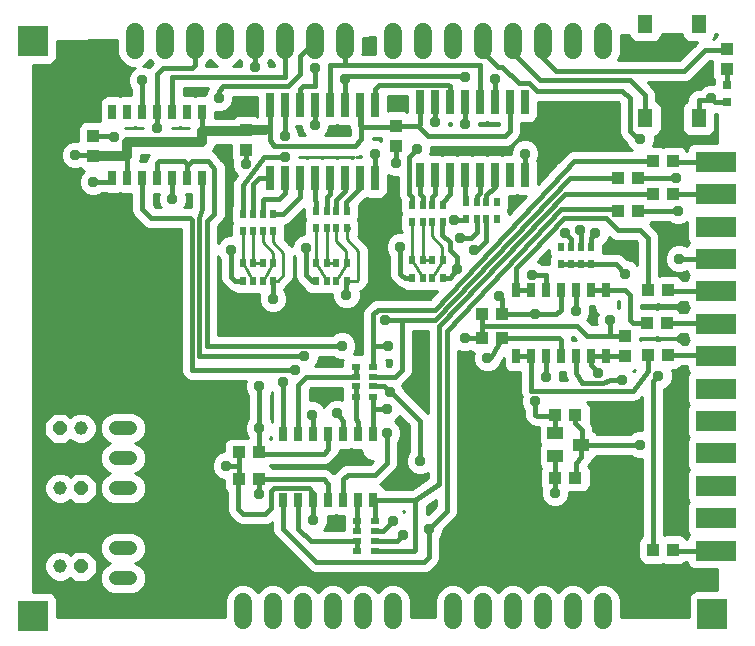
<source format=gtl>
G75*
G70*
%OFA0B0*%
%FSLAX24Y24*%
%IPPOS*%
%LPD*%
%AMOC8*
5,1,8,0,0,1.08239X$1,22.5*
%
%ADD10C,0.0600*%
%ADD11C,0.0480*%
%ADD12OC8,0.0460*%
%ADD13C,0.0460*%
%ADD14R,0.1378X0.0669*%
%ADD15R,0.0250X0.0500*%
%ADD16R,0.0394X0.0433*%
%ADD17R,0.0433X0.0394*%
%ADD18R,0.0260X0.0800*%
%ADD19R,0.0236X0.0315*%
%ADD20R,0.0197X0.0315*%
%ADD21R,0.0512X0.0610*%
%ADD22R,0.0315X0.0315*%
%ADD23R,0.0551X0.0394*%
%ADD24R,0.0315X0.0236*%
%ADD25R,0.0315X0.0197*%
%ADD26C,0.0160*%
%ADD27C,0.0376*%
%ADD28R,0.1000X0.1000*%
%ADD29C,0.0320*%
%ADD30C,0.0100*%
D10*
X010431Y001789D02*
X010431Y002389D01*
X011431Y002389D02*
X011431Y001789D01*
X012431Y001789D02*
X012431Y002389D01*
X013431Y002389D02*
X013431Y001789D01*
X014431Y001789D02*
X014431Y002389D01*
X015431Y002389D02*
X015431Y001789D01*
X017431Y001789D02*
X017431Y002389D01*
X018431Y002389D02*
X018431Y001789D01*
X019431Y001789D02*
X019431Y002389D01*
X020431Y002389D02*
X020431Y001789D01*
X021431Y001789D02*
X021431Y002389D01*
X022431Y002389D02*
X022431Y001789D01*
X022431Y020789D02*
X022431Y021389D01*
X021431Y021389D02*
X021431Y020789D01*
X020431Y020789D02*
X020431Y021389D01*
X019431Y021389D02*
X019431Y020789D01*
X018431Y020789D02*
X018431Y021389D01*
X017431Y021389D02*
X017431Y020789D01*
X016431Y020789D02*
X016431Y021389D01*
X015431Y021389D02*
X015431Y020789D01*
X013831Y020789D02*
X013831Y021389D01*
X012831Y021389D02*
X012831Y020789D01*
X011831Y020789D02*
X011831Y021389D01*
X010831Y021389D02*
X010831Y020789D01*
X009831Y020789D02*
X009831Y021389D01*
X008831Y021389D02*
X008831Y020789D01*
X007831Y020789D02*
X007831Y021389D01*
X006831Y021389D02*
X006831Y020789D01*
D11*
X006671Y008189D02*
X006191Y008189D01*
X006191Y007189D02*
X006671Y007189D01*
X006671Y006189D02*
X006191Y006189D01*
X006191Y004189D02*
X006671Y004189D01*
X006671Y003189D02*
X006191Y003189D01*
D12*
X005031Y003589D03*
X005031Y006189D03*
X004331Y008189D03*
D13*
X005031Y008189D03*
X004331Y006189D03*
X004331Y003589D03*
D14*
X026201Y004108D03*
X026201Y005189D03*
X026201Y006269D03*
X026201Y007348D03*
X026201Y008429D03*
X026201Y009508D03*
X026201Y010589D03*
X026201Y011669D03*
X026201Y012748D03*
X026201Y013829D03*
X026201Y014908D03*
X026201Y015989D03*
X026201Y017069D03*
D15*
X022531Y012789D03*
X022031Y012789D03*
X021531Y012789D03*
X021031Y012789D03*
X020531Y012789D03*
X020031Y012789D03*
X019531Y012789D03*
X019531Y010589D03*
X020031Y010589D03*
X020531Y010589D03*
X021031Y010589D03*
X021531Y010589D03*
X022031Y010589D03*
X022531Y010589D03*
X014781Y007989D03*
X014281Y007989D03*
X013781Y007989D03*
X013281Y007989D03*
X012781Y007989D03*
X012281Y007989D03*
X011781Y007989D03*
X011781Y005789D03*
X012281Y005789D03*
X012781Y005789D03*
X013281Y005789D03*
X013781Y005789D03*
X014281Y005789D03*
X014781Y005789D03*
X009081Y016539D03*
X008581Y016539D03*
X008081Y016539D03*
X007581Y016539D03*
X007081Y016539D03*
X006581Y016539D03*
X006081Y016539D03*
X006081Y018739D03*
X006581Y018739D03*
X007081Y018739D03*
X007581Y018739D03*
X008081Y018739D03*
X008581Y018739D03*
X009081Y018739D03*
D16*
X010531Y018123D03*
X010531Y017454D03*
X015531Y017604D03*
X015531Y018273D03*
X022946Y016539D03*
X023615Y016539D03*
X024096Y017089D03*
X024765Y017089D03*
X024765Y015989D03*
X024096Y015989D03*
X023615Y015439D03*
X022946Y015439D03*
X023946Y012789D03*
X024615Y012789D03*
X024565Y011689D03*
X023896Y011689D03*
X023181Y011273D03*
X023181Y010604D03*
X023946Y010639D03*
X024615Y010639D03*
X024765Y004139D03*
X024096Y004139D03*
X005431Y017254D03*
X005431Y017923D03*
D17*
X018396Y011989D03*
X019065Y011989D03*
X019065Y011189D03*
X018396Y011189D03*
X020846Y008639D03*
X021515Y008639D03*
X021515Y006539D03*
X020846Y006539D03*
X010965Y006489D03*
X010296Y006489D03*
X010296Y007389D03*
X010965Y007389D03*
X026581Y020154D03*
X026581Y020823D03*
D18*
X019831Y019049D03*
X019331Y019049D03*
X018831Y019049D03*
X018331Y019049D03*
X017831Y019049D03*
X017331Y019049D03*
X016831Y019049D03*
X016331Y019049D03*
X014831Y018949D03*
X014331Y018949D03*
X013831Y018949D03*
X013331Y018949D03*
X012831Y018949D03*
X012331Y018949D03*
X011831Y018949D03*
X011331Y018949D03*
X011331Y016529D03*
X011831Y016529D03*
X012331Y016529D03*
X012831Y016529D03*
X013331Y016529D03*
X013831Y016529D03*
X014331Y016529D03*
X014831Y016529D03*
X016331Y016629D03*
X016831Y016629D03*
X017331Y016629D03*
X017831Y016629D03*
X018331Y016629D03*
X018831Y016629D03*
X019331Y016629D03*
X019831Y016629D03*
D19*
X018883Y015734D03*
X018883Y015143D03*
X017879Y015143D03*
X017879Y015734D03*
X017083Y015634D03*
X017083Y015043D03*
X016079Y015043D03*
X016079Y015634D03*
X013883Y015434D03*
X013883Y014843D03*
X012879Y014843D03*
X012879Y015434D03*
X011433Y015334D03*
X011433Y014743D03*
X010429Y014743D03*
X010429Y015334D03*
X010429Y013684D03*
X010429Y013093D03*
X011433Y013093D03*
X011433Y013684D03*
X012879Y013684D03*
X012879Y013093D03*
X013883Y013093D03*
X013883Y013684D03*
X016079Y013784D03*
X016079Y013193D03*
X017083Y013193D03*
X017083Y013784D03*
X021029Y013643D03*
X021029Y014234D03*
X022033Y014234D03*
X022033Y013643D03*
D20*
X021688Y013643D03*
X021373Y013643D03*
X021373Y014234D03*
X021688Y014234D03*
X018538Y015143D03*
X018223Y015143D03*
X018223Y015734D03*
X018538Y015734D03*
X016738Y015634D03*
X016423Y015634D03*
X016423Y015043D03*
X016738Y015043D03*
X016738Y013784D03*
X016423Y013784D03*
X016423Y013193D03*
X016738Y013193D03*
X013538Y013093D03*
X013223Y013093D03*
X013223Y013684D03*
X013538Y013684D03*
X013538Y014843D03*
X013223Y014843D03*
X013223Y015434D03*
X013538Y015434D03*
X011088Y015334D03*
X010773Y015334D03*
X010773Y014743D03*
X011088Y014743D03*
X011088Y013684D03*
X010773Y013684D03*
X010773Y013093D03*
X011088Y013093D03*
D21*
X023845Y018524D03*
X025616Y018524D03*
X025616Y021653D03*
X023845Y021653D03*
D22*
X026581Y019634D03*
X026581Y019043D03*
D23*
X020847Y008013D03*
X020847Y007264D03*
X021714Y007639D03*
D24*
X014776Y009237D03*
X014185Y009237D03*
X014185Y010240D03*
X014776Y010240D03*
X014826Y005090D03*
X014235Y005090D03*
X014235Y004087D03*
X014826Y004087D03*
D25*
X014826Y004431D03*
X014826Y004746D03*
X014235Y004746D03*
X014235Y004431D03*
X014185Y009581D03*
X014185Y009896D03*
X014776Y009896D03*
X014776Y009581D03*
D26*
X015138Y009581D01*
X015331Y009389D01*
X015381Y009389D01*
X016331Y008439D01*
X016331Y007089D01*
X016981Y006339D02*
X016981Y011589D01*
X021181Y015989D01*
X024096Y015989D01*
X024765Y015989D02*
X026201Y015989D01*
X026201Y017069D02*
X024785Y017069D01*
X024765Y017089D01*
X024881Y016539D02*
X023615Y016539D01*
X022946Y016539D02*
X021331Y016539D01*
X016831Y011789D01*
X015681Y011789D01*
X015731Y011739D01*
X015731Y010139D01*
X015488Y009896D01*
X014776Y009896D01*
X014776Y010240D02*
X014776Y010934D01*
X014781Y010939D01*
X015281Y010939D01*
X014776Y010240D02*
X014776Y011984D01*
X014931Y012139D01*
X016831Y012139D01*
X021131Y016739D01*
X021481Y017089D01*
X024096Y017089D01*
X023681Y017839D02*
X023531Y017889D01*
X023331Y018089D01*
X023331Y019189D01*
X023081Y019439D01*
X020231Y019439D01*
X019981Y019689D01*
X019631Y019689D01*
X019081Y020239D01*
X018931Y020239D01*
X018431Y020739D01*
X018431Y021089D01*
X018331Y020289D02*
X018331Y019049D01*
X017831Y019049D02*
X017831Y018339D01*
X017331Y019049D02*
X017331Y019589D01*
X017281Y019639D01*
X014981Y019639D01*
X014831Y019489D01*
X014831Y018949D01*
X014381Y018899D02*
X014331Y018949D01*
X014331Y018289D01*
X014381Y018239D01*
X015496Y018239D01*
X015531Y018273D01*
X016265Y018273D01*
X016600Y017939D01*
X019181Y017939D01*
X019331Y018089D01*
X019331Y019049D01*
X018831Y019049D02*
X018831Y019839D01*
X018331Y020289D02*
X013831Y020289D01*
X013331Y020289D01*
X013331Y018949D01*
X013831Y018949D02*
X013831Y019839D01*
X013931Y019939D01*
X017781Y019939D01*
X017831Y019889D01*
X016831Y019049D02*
X016831Y018389D01*
X016331Y018339D02*
X016331Y019049D01*
X016331Y018339D02*
X016265Y018273D01*
X015531Y017604D02*
X015531Y017039D01*
X015981Y017239D02*
X015981Y015989D01*
X016079Y015890D01*
X016079Y015634D01*
X016423Y015634D02*
X016423Y015896D01*
X016331Y015989D01*
X016331Y016629D01*
X016831Y016629D02*
X016831Y015989D01*
X016738Y015896D01*
X016738Y015634D01*
X017083Y015634D02*
X017083Y015740D01*
X017331Y015989D01*
X017331Y016629D01*
X017831Y016629D02*
X017831Y015939D01*
X017879Y015890D01*
X017879Y015734D01*
X018223Y015734D02*
X018223Y015931D01*
X018331Y016039D01*
X018331Y016629D01*
X018831Y016629D02*
X018831Y016239D01*
X018538Y015946D01*
X018538Y015734D01*
X018538Y015143D02*
X018531Y015136D01*
X018531Y014439D01*
X018231Y014139D01*
X018131Y014139D01*
X018031Y014539D02*
X017681Y014539D01*
X018031Y014539D02*
X018231Y014739D01*
X018231Y015136D01*
X018223Y015143D01*
X017879Y015143D02*
X017874Y015139D01*
X017481Y015139D01*
X017083Y015043D02*
X017081Y015041D01*
X017081Y014639D01*
X017331Y014389D01*
X017331Y014139D01*
X017581Y013889D01*
X017581Y013489D01*
X017335Y013193D01*
X017083Y013193D01*
X016079Y013193D02*
X015826Y013193D01*
X015681Y013339D01*
X015681Y014239D01*
X013926Y014843D02*
X013883Y014843D01*
X013883Y015434D02*
X013881Y015436D01*
X013881Y015739D01*
X014331Y016189D01*
X014331Y016529D01*
X014831Y016529D02*
X014831Y017339D01*
X014381Y017839D02*
X014381Y018239D01*
X014381Y018899D01*
X014381Y017839D02*
X014181Y017589D01*
X011481Y017589D01*
X011331Y017789D01*
X011331Y018949D01*
X011331Y018289D01*
X011165Y018123D01*
X010531Y018089D02*
X010531Y018123D01*
X010531Y017454D02*
X010531Y016989D01*
X010971Y016529D02*
X010781Y016339D01*
X010781Y015341D01*
X010773Y015334D01*
X011088Y015334D02*
X011088Y015796D01*
X011131Y015839D01*
X011631Y015839D01*
X011831Y016039D01*
X011831Y016529D01*
X012331Y016529D02*
X012331Y015889D01*
X011776Y015334D01*
X011433Y015334D01*
X010429Y015334D02*
X010429Y015790D01*
X010431Y016089D01*
X010431Y016289D01*
X011131Y017239D01*
X011831Y017239D01*
X011831Y017939D02*
X011831Y018949D01*
X012331Y018949D02*
X012331Y019489D01*
X012431Y019589D01*
X012831Y019589D01*
X012831Y020189D01*
X012331Y019989D02*
X012331Y020589D01*
X012831Y021089D01*
X013831Y021089D02*
X013831Y020289D01*
X012331Y019989D02*
X011931Y019589D01*
X009781Y019589D01*
X009631Y019439D01*
X009631Y019189D01*
X009081Y018739D02*
X009081Y018089D01*
X008081Y018739D02*
X008081Y019889D01*
X011831Y019889D01*
X011831Y021089D01*
X010831Y021089D02*
X010831Y020239D01*
X012831Y018949D02*
X012831Y018289D01*
X012831Y016529D02*
X012831Y015789D01*
X012879Y015740D01*
X012879Y015434D01*
X013223Y015434D02*
X013231Y015441D01*
X013231Y015889D01*
X013331Y015989D01*
X013331Y016529D01*
X013831Y016529D02*
X013831Y016089D01*
X013531Y015789D01*
X013531Y015441D01*
X013538Y015434D01*
X012531Y014189D02*
X012531Y013289D01*
X012726Y013093D01*
X012879Y013093D01*
X013881Y013091D02*
X013881Y012639D01*
X013881Y013091D02*
X013883Y013093D01*
X015181Y011789D02*
X015681Y011789D01*
X017231Y011439D02*
X017231Y005439D01*
X016631Y004839D01*
X016631Y003889D01*
X016481Y003739D01*
X012881Y003739D01*
X011781Y004839D01*
X011781Y005789D01*
X012281Y005789D02*
X012281Y004839D01*
X012688Y004431D01*
X014235Y004431D01*
X014235Y004087D01*
X014826Y004087D02*
X016129Y004087D01*
X016181Y004139D01*
X016181Y005789D01*
X016981Y006339D01*
X016181Y005789D02*
X014781Y005789D01*
X014826Y005789D01*
X014826Y005090D01*
X014826Y004746D02*
X015088Y004746D01*
X015431Y005089D01*
X015781Y004639D02*
X015573Y004431D01*
X014826Y004431D01*
X014235Y004746D02*
X014235Y005090D01*
X014235Y005789D01*
X014281Y005789D01*
X013781Y005789D02*
X013781Y006489D01*
X013931Y006639D01*
X014831Y006639D01*
X015231Y007039D01*
X015231Y008039D01*
X014781Y007989D02*
X014781Y008789D01*
X014831Y008839D01*
X015231Y008839D01*
X014781Y008789D02*
X014781Y009232D01*
X014776Y009237D01*
X014185Y009237D02*
X014185Y009581D01*
X014185Y009896D02*
X012538Y009896D01*
X012281Y009639D01*
X012281Y007989D01*
X011781Y007989D02*
X011781Y009739D01*
X012181Y010139D02*
X008731Y010139D01*
X008731Y015139D01*
X008681Y015189D01*
X007381Y015189D01*
X007081Y015489D01*
X007081Y016539D01*
X007581Y016539D02*
X007581Y017039D01*
X007631Y017089D01*
X008481Y017089D01*
X008581Y016989D01*
X008581Y016539D01*
X008581Y016939D01*
X008731Y017089D01*
X009281Y017089D01*
X009431Y016889D01*
X009481Y016839D01*
X009481Y015339D01*
X009231Y015089D01*
X009231Y010939D01*
X013731Y010939D01*
X014185Y010240D02*
X014185Y009896D01*
X014185Y009237D02*
X014185Y008484D01*
X014281Y008389D01*
X014281Y007989D01*
X013781Y007989D02*
X013781Y008439D01*
X013581Y008689D01*
X012781Y008589D02*
X012731Y008639D01*
X012781Y008589D02*
X012781Y007989D01*
X013281Y007989D02*
X013281Y007489D01*
X013131Y007339D01*
X011015Y007339D01*
X010965Y007389D01*
X010965Y008173D01*
X010981Y008189D01*
X010981Y009589D01*
X012481Y010589D02*
X008981Y010589D01*
X008981Y015189D01*
X009081Y015489D01*
X009081Y016539D01*
X008081Y016539D02*
X008081Y015839D01*
X006581Y016539D02*
X006581Y017254D01*
X006131Y017889D02*
X006096Y017923D01*
X005431Y017923D01*
X005415Y017289D02*
X004831Y017289D01*
X005415Y017289D02*
X005431Y017254D01*
X006081Y016539D02*
X006081Y016389D01*
X005431Y016389D01*
X006081Y016489D02*
X006081Y016539D01*
X007581Y018189D02*
X007581Y018739D01*
X007581Y019989D01*
X007781Y020189D01*
X008731Y020189D01*
X008831Y020289D01*
X008831Y021089D01*
X007081Y019789D02*
X007081Y018739D01*
X010971Y016529D02*
X011331Y016529D01*
X010031Y014139D02*
X010031Y013239D01*
X010176Y013093D01*
X010429Y013093D01*
X011431Y013091D02*
X011431Y012489D01*
X011431Y013091D02*
X011433Y013093D01*
X017231Y011439D02*
X021031Y015489D01*
X022881Y015489D01*
X022931Y015439D01*
X022946Y015439D01*
X022531Y015189D02*
X022931Y014789D01*
X023681Y014789D01*
X023931Y014539D01*
X023931Y012804D01*
X023946Y012789D01*
X023331Y012639D02*
X023331Y011789D01*
X023431Y011689D01*
X023896Y011689D01*
X024565Y011689D02*
X026181Y011689D01*
X026201Y011669D01*
X026151Y010639D02*
X026201Y010589D01*
X026151Y010639D02*
X024615Y010639D01*
X023946Y010639D02*
X023931Y010623D01*
X023931Y010089D01*
X023431Y009439D01*
X020031Y009439D01*
X020031Y010589D01*
X019531Y010589D01*
X019065Y011189D02*
X018715Y010554D01*
X018581Y010539D01*
X018396Y011189D02*
X017831Y011189D01*
X018396Y011189D02*
X018396Y011539D01*
X018446Y011589D01*
X021581Y011589D01*
X021896Y011273D01*
X022631Y011273D01*
X022681Y011323D01*
X022681Y011789D01*
X022631Y011273D02*
X023181Y011273D01*
X023181Y010604D02*
X022531Y010604D01*
X022531Y010589D01*
X022031Y010589D01*
X022031Y010289D01*
X022281Y010039D01*
X022431Y009689D02*
X022681Y009789D01*
X023081Y009789D01*
X022431Y009689D02*
X021731Y009689D01*
X021531Y010039D01*
X021531Y010589D01*
X021031Y010589D02*
X021031Y011139D01*
X020981Y011189D01*
X019065Y011189D01*
X018396Y011539D02*
X018396Y011989D01*
X019065Y011989D02*
X019065Y012504D01*
X018981Y012589D01*
X019531Y012789D02*
X019531Y013539D01*
X020031Y014039D01*
X021131Y015189D01*
X022531Y015189D01*
X022181Y014689D02*
X022033Y014540D01*
X022033Y014234D01*
X021688Y014234D02*
X021688Y014781D01*
X021681Y014789D01*
X021373Y014496D02*
X021181Y014689D01*
X021373Y014496D02*
X021373Y014234D01*
X021373Y013643D02*
X021029Y013643D01*
X021373Y013643D02*
X021688Y013643D01*
X022033Y013643D01*
X022876Y013643D01*
X023181Y013339D01*
X023181Y012789D02*
X022531Y012789D01*
X022031Y012789D01*
X021531Y012789D02*
X021531Y012089D01*
X021031Y012139D02*
X021031Y012789D01*
X020531Y012789D02*
X020531Y013289D01*
X020081Y013289D01*
X020031Y012789D02*
X019531Y012789D01*
X019065Y011989D02*
X019081Y011954D01*
X019065Y011989D02*
X020181Y011989D01*
X020881Y011989D01*
X021031Y012139D01*
X020531Y010589D02*
X020531Y009889D01*
X020181Y009089D02*
X020181Y008639D01*
X020231Y008589D01*
X020831Y008605D01*
X020847Y008439D01*
X020847Y008637D01*
X020846Y008639D01*
X020847Y008439D02*
X020847Y008013D01*
X021515Y008354D02*
X021731Y008139D01*
X021731Y007689D01*
X021781Y007639D01*
X023681Y007639D01*
X021731Y007655D02*
X021714Y007639D01*
X021714Y007222D01*
X021531Y007039D01*
X021531Y006554D01*
X021515Y006539D01*
X020846Y006539D02*
X020831Y006523D01*
X020831Y006039D01*
X020846Y006539D02*
X020846Y007263D01*
X020847Y007264D01*
X021731Y007655D02*
X021731Y007689D01*
X021515Y008354D02*
X021515Y008639D01*
X024096Y009754D02*
X024281Y009939D01*
X024096Y009754D02*
X024096Y004139D01*
X024765Y004139D02*
X024815Y004139D01*
X024845Y004108D01*
X026201Y004108D01*
X026201Y012748D02*
X024655Y012748D01*
X024615Y012789D01*
X023331Y012639D02*
X023181Y012789D01*
X024981Y013839D02*
X024990Y013829D01*
X026201Y013829D01*
X024931Y015439D02*
X023615Y015439D01*
X019831Y016629D02*
X019831Y017339D01*
X020331Y019789D02*
X023331Y019789D01*
X023831Y019289D01*
X023831Y018538D01*
X023845Y018524D01*
X025616Y018524D02*
X025616Y019124D01*
X025631Y019139D01*
X025981Y019139D01*
X026031Y019189D01*
X026176Y019043D01*
X026581Y019043D01*
X026581Y019634D02*
X026581Y020154D01*
X026546Y020789D02*
X025831Y020789D01*
X025131Y020089D01*
X020881Y020089D01*
X020431Y020539D01*
X020431Y021089D01*
X019431Y021089D02*
X019431Y020689D01*
X020331Y019789D01*
X016231Y017489D02*
X015981Y017239D01*
X026546Y020789D02*
X026581Y020823D01*
X026565Y020839D01*
X010296Y007389D02*
X010296Y006939D01*
X009881Y006939D01*
X010296Y006939D02*
X010296Y006489D01*
X010281Y006473D01*
X010281Y005489D01*
X010431Y005339D01*
X011181Y005339D01*
X011381Y005539D01*
X011381Y006089D01*
X011481Y006189D01*
X012631Y006189D01*
X012781Y006039D01*
X012781Y005789D01*
X012781Y005139D01*
X013281Y005789D02*
X013281Y006339D01*
X013131Y006489D01*
X010965Y006489D01*
X010965Y006004D01*
X010981Y005989D01*
D27*
X010981Y005989D03*
X009881Y006939D03*
X010981Y008189D03*
X010981Y009589D03*
X011781Y009739D03*
X012181Y010139D03*
X012481Y010589D03*
X013731Y010939D03*
X015181Y011789D03*
X015281Y010939D03*
X015331Y009389D03*
X015231Y008839D03*
X015231Y008039D03*
X016331Y007089D03*
X015431Y005089D03*
X015781Y004639D03*
X016631Y004839D03*
X012781Y005139D03*
X012731Y008639D03*
X013581Y008689D03*
X017831Y011189D03*
X018581Y010539D03*
X020531Y009889D03*
X020181Y009089D03*
X022281Y010039D03*
X023081Y009789D03*
X024281Y009939D03*
X022681Y011789D03*
X021531Y012089D03*
X020181Y011989D03*
X018981Y012589D03*
X020081Y013289D03*
X021181Y014689D03*
X021681Y014789D03*
X022181Y014689D03*
X023181Y013339D03*
X024981Y013839D03*
X024931Y015439D03*
X024881Y016539D03*
X023681Y017839D03*
X026031Y019189D03*
X019831Y017339D03*
X017831Y018339D03*
X016831Y018389D03*
X016231Y017489D03*
X015531Y017039D03*
X014831Y017339D03*
X012831Y018289D03*
X011831Y017939D03*
X011831Y017239D03*
X010531Y016989D03*
X008081Y015839D03*
X010031Y014139D03*
X011431Y012489D03*
X013881Y012639D03*
X012531Y014189D03*
X015681Y014239D03*
X017481Y015139D03*
X017681Y014539D03*
X018131Y014139D03*
X017581Y013489D03*
X023681Y007639D03*
X020831Y006039D03*
X005431Y016389D03*
X004831Y017289D03*
X006131Y017889D03*
X007581Y018189D03*
X007081Y019789D03*
X009631Y019189D03*
X010831Y020239D03*
X012831Y020189D03*
X013831Y019839D03*
X017831Y019889D03*
X018831Y019839D03*
D28*
X003431Y001939D03*
X026081Y001989D03*
X003431Y021089D03*
D29*
X006581Y017739D02*
X009081Y017739D01*
X009081Y018089D01*
X010531Y018089D01*
X010531Y018123D02*
X011165Y018123D01*
X006581Y017739D02*
X006581Y017254D01*
X005431Y017254D01*
D30*
X005132Y016766D02*
X005025Y016659D01*
X004952Y016484D01*
X004952Y016293D01*
X005025Y016118D01*
X005160Y015983D01*
X005335Y015910D01*
X005526Y015910D01*
X005701Y015983D01*
X005737Y016019D01*
X005850Y016019D01*
X005898Y015999D01*
X006263Y015999D01*
X006331Y016026D01*
X006398Y015999D01*
X006711Y015999D01*
X006711Y015415D01*
X006767Y015279D01*
X006871Y015175D01*
X007171Y014875D01*
X007307Y014819D01*
X007454Y014819D01*
X008361Y014819D01*
X008361Y010065D01*
X008417Y009929D01*
X008521Y009825D01*
X008657Y009769D01*
X008804Y009769D01*
X010538Y009769D01*
X010502Y009684D01*
X010502Y009493D01*
X010575Y009318D01*
X010611Y009282D01*
X010611Y008495D01*
X010575Y008459D01*
X010502Y008284D01*
X010502Y008093D01*
X010575Y007918D01*
X010595Y007898D01*
X010595Y007865D01*
X010570Y007875D01*
X010022Y007875D01*
X009915Y007831D01*
X009834Y007750D01*
X009789Y007643D01*
X009789Y007417D01*
X009785Y007417D01*
X009610Y007344D01*
X009475Y007209D01*
X009402Y007034D01*
X009402Y006843D01*
X009475Y006668D01*
X009610Y006533D01*
X009785Y006460D01*
X009789Y006460D01*
X009789Y006234D01*
X009834Y006127D01*
X009911Y006050D01*
X009911Y005415D01*
X009967Y005279D01*
X010071Y005175D01*
X010221Y005025D01*
X010357Y004969D01*
X010504Y004969D01*
X011254Y004969D01*
X011390Y005025D01*
X011411Y005045D01*
X011411Y004765D01*
X011467Y004629D01*
X011571Y004525D01*
X012671Y003425D01*
X012807Y003369D01*
X012954Y003369D01*
X016554Y003369D01*
X016690Y003425D01*
X016794Y003529D01*
X016944Y003679D01*
X017001Y003815D01*
X017001Y003962D01*
X017001Y004532D01*
X017036Y004568D01*
X017109Y004743D01*
X017109Y004793D01*
X017544Y005229D01*
X017601Y005365D01*
X017601Y005512D01*
X017601Y010766D01*
X017735Y010710D01*
X017926Y010710D01*
X018014Y010747D01*
X018015Y010746D01*
X018122Y010702D01*
X018131Y010702D01*
X018102Y010634D01*
X018102Y010443D01*
X018175Y010268D01*
X018310Y010133D01*
X018485Y010060D01*
X018676Y010060D01*
X018851Y010133D01*
X018986Y010268D01*
X019004Y010311D01*
X019024Y010348D01*
X019051Y010381D01*
X019059Y010412D01*
X019116Y010514D01*
X019116Y010281D01*
X019160Y010174D01*
X019241Y010093D01*
X019348Y010049D01*
X019661Y010049D01*
X019661Y009512D01*
X019661Y009365D01*
X019717Y009229D01*
X019720Y009226D01*
X019702Y009184D01*
X019702Y008993D01*
X019775Y008818D01*
X019811Y008782D01*
X019811Y008712D01*
X019811Y008565D01*
X019867Y008429D01*
X019921Y008375D01*
X019923Y008370D01*
X019973Y008323D01*
X020021Y008275D01*
X020026Y008273D01*
X020030Y008269D01*
X020094Y008245D01*
X020157Y008219D01*
X020162Y008219D01*
X020167Y008217D01*
X020236Y008219D01*
X020282Y008219D01*
X020282Y007758D01*
X020326Y007651D01*
X020339Y007638D01*
X020326Y007626D01*
X020282Y007519D01*
X020282Y007010D01*
X020326Y006903D01*
X020368Y006862D01*
X020339Y006793D01*
X020339Y006284D01*
X020377Y006193D01*
X020352Y006134D01*
X020352Y005943D01*
X020425Y005768D01*
X020560Y005633D01*
X020735Y005560D01*
X020926Y005560D01*
X021101Y005633D01*
X021236Y005768D01*
X021309Y005943D01*
X021309Y006052D01*
X021789Y006052D01*
X021896Y006096D01*
X021978Y006177D01*
X022022Y006284D01*
X022022Y006793D01*
X021978Y006900D01*
X021946Y006931D01*
X022027Y007012D01*
X022084Y007148D01*
X022084Y007167D01*
X022153Y007196D01*
X022226Y007269D01*
X023374Y007269D01*
X023410Y007233D01*
X023585Y007160D01*
X023726Y007160D01*
X023726Y004592D01*
X023653Y004519D01*
X023609Y004413D01*
X023609Y003864D01*
X023653Y003758D01*
X023735Y003676D01*
X023841Y003632D01*
X024350Y003632D01*
X024431Y003665D01*
X024511Y003632D01*
X025020Y003632D01*
X025126Y003676D01*
X025189Y003738D01*
X025222Y003738D01*
X025222Y003716D01*
X025266Y003609D01*
X025347Y003528D01*
X025454Y003484D01*
X026231Y003484D01*
X026231Y002778D01*
X025523Y002778D01*
X025416Y002734D01*
X025335Y002653D01*
X025291Y002546D01*
X025291Y001889D01*
X023021Y001889D01*
X023021Y002506D01*
X022931Y002723D01*
X022765Y002889D01*
X022548Y002978D01*
X022313Y002978D01*
X022096Y002889D01*
X021931Y002723D01*
X021765Y002889D01*
X021548Y002978D01*
X021313Y002978D01*
X021096Y002889D01*
X020931Y002723D01*
X020765Y002889D01*
X020548Y002978D01*
X020313Y002978D01*
X020096Y002889D01*
X019931Y002723D01*
X019765Y002889D01*
X019548Y002978D01*
X019313Y002978D01*
X019096Y002889D01*
X018931Y002723D01*
X018765Y002889D01*
X018548Y002978D01*
X018313Y002978D01*
X018096Y002889D01*
X017931Y002723D01*
X017765Y002889D01*
X017548Y002978D01*
X017313Y002978D01*
X017096Y002889D01*
X016930Y002723D01*
X016841Y002506D01*
X016841Y001889D01*
X016021Y001889D01*
X016021Y002506D01*
X015931Y002723D01*
X015765Y002889D01*
X015548Y002978D01*
X015313Y002978D01*
X015096Y002889D01*
X014931Y002723D01*
X014765Y002889D01*
X014548Y002978D01*
X014313Y002978D01*
X014096Y002889D01*
X013931Y002723D01*
X013765Y002889D01*
X013548Y002978D01*
X013313Y002978D01*
X013096Y002889D01*
X012931Y002723D01*
X012765Y002889D01*
X012548Y002978D01*
X012313Y002978D01*
X012096Y002889D01*
X011931Y002723D01*
X011765Y002889D01*
X011548Y002978D01*
X011313Y002978D01*
X011096Y002889D01*
X010931Y002723D01*
X010765Y002889D01*
X010548Y002978D01*
X010313Y002978D01*
X010096Y002889D01*
X009930Y002723D01*
X009841Y002506D01*
X009841Y001889D01*
X004221Y001889D01*
X004221Y002496D01*
X004176Y002603D01*
X004095Y002684D01*
X003988Y002728D01*
X003431Y002728D01*
X003431Y020299D01*
X003988Y020299D01*
X004095Y020343D01*
X004176Y020424D01*
X004221Y020531D01*
X004221Y021097D01*
X006241Y021119D01*
X006241Y020671D01*
X006330Y020454D01*
X006496Y020288D01*
X006713Y020199D01*
X006821Y020199D01*
X006810Y020194D01*
X006675Y020059D01*
X006602Y019884D01*
X006602Y019693D01*
X006675Y019518D01*
X006711Y019482D01*
X006711Y019278D01*
X006398Y019278D01*
X006331Y019251D01*
X006263Y019278D01*
X005898Y019278D01*
X005791Y019234D01*
X005710Y019153D01*
X005666Y019046D01*
X005666Y018431D01*
X005666Y018430D01*
X005176Y018430D01*
X005069Y018386D01*
X004988Y018304D01*
X004944Y018197D01*
X004944Y017759D01*
X004926Y017767D01*
X004735Y017767D01*
X004560Y017694D01*
X004425Y017559D01*
X004352Y017384D01*
X004352Y017193D01*
X004425Y017018D01*
X004560Y016883D01*
X004735Y016810D01*
X004926Y016810D01*
X005014Y016847D01*
X005069Y016791D01*
X005132Y016766D01*
X005123Y016757D02*
X003431Y016757D01*
X003431Y016855D02*
X004627Y016855D01*
X004489Y016954D02*
X003431Y016954D01*
X003431Y017053D02*
X004411Y017053D01*
X004370Y017151D02*
X003431Y017151D01*
X003431Y017250D02*
X004352Y017250D01*
X004352Y017348D02*
X003431Y017348D01*
X003431Y017447D02*
X004379Y017447D01*
X004419Y017545D02*
X003431Y017545D01*
X003431Y017644D02*
X004510Y017644D01*
X004677Y017742D02*
X003431Y017742D01*
X003431Y017841D02*
X004944Y017841D01*
X004944Y017939D02*
X003431Y017939D01*
X003431Y018038D02*
X004944Y018038D01*
X004944Y018136D02*
X003431Y018136D01*
X003431Y018235D02*
X004959Y018235D01*
X005017Y018334D02*
X003431Y018334D01*
X003431Y018432D02*
X005666Y018432D01*
X005666Y018531D02*
X003431Y018531D01*
X003431Y018629D02*
X005666Y018629D01*
X005666Y018728D02*
X003431Y018728D01*
X003431Y018826D02*
X005666Y018826D01*
X005666Y018925D02*
X003431Y018925D01*
X003431Y019023D02*
X005666Y019023D01*
X005697Y019122D02*
X003431Y019122D01*
X003431Y019220D02*
X005777Y019220D01*
X006635Y019615D02*
X003431Y019615D01*
X003431Y019713D02*
X006602Y019713D01*
X006602Y019812D02*
X003431Y019812D01*
X003431Y019910D02*
X006614Y019910D01*
X006654Y020009D02*
X003431Y020009D01*
X003431Y020107D02*
X006723Y020107D01*
X006695Y020206D02*
X003431Y020206D01*
X004003Y020304D02*
X006480Y020304D01*
X006382Y020403D02*
X004155Y020403D01*
X004208Y020502D02*
X006311Y020502D01*
X006270Y020600D02*
X004221Y020600D01*
X004221Y020699D02*
X006241Y020699D01*
X006241Y020797D02*
X004221Y020797D01*
X004221Y020896D02*
X006241Y020896D01*
X006241Y020994D02*
X004221Y020994D01*
X004221Y021093D02*
X006241Y021093D01*
X007112Y020267D02*
X007165Y020288D01*
X007331Y020454D01*
X007427Y020358D01*
X007289Y020220D01*
X007176Y020267D01*
X007112Y020267D01*
X007181Y020304D02*
X007373Y020304D01*
X007382Y020403D02*
X007279Y020403D01*
X006677Y019516D02*
X003431Y019516D01*
X003431Y019418D02*
X006711Y019418D01*
X006711Y019319D02*
X003431Y019319D01*
X006497Y018199D02*
X006763Y018199D01*
X006831Y018226D01*
X006898Y018199D01*
X007102Y018199D01*
X007102Y018188D01*
X006507Y018188D01*
X006497Y018199D01*
X007031Y017289D02*
X007307Y017289D01*
X007267Y017248D01*
X007211Y017112D01*
X007211Y017078D01*
X006995Y017078D01*
X007031Y017164D01*
X007031Y017289D01*
X007031Y017250D02*
X007268Y017250D01*
X007227Y017151D02*
X007025Y017151D01*
X008059Y018188D02*
X008059Y018199D01*
X008263Y018199D01*
X008331Y018226D01*
X008398Y018199D01*
X008639Y018199D01*
X008635Y018188D01*
X008059Y018188D01*
X009416Y017438D02*
X009462Y017484D01*
X009526Y017639D01*
X010044Y017639D01*
X010044Y017180D01*
X010068Y017121D01*
X010052Y017084D01*
X010052Y016893D01*
X010125Y016718D01*
X010219Y016624D01*
X010149Y016530D01*
X010117Y016498D01*
X010106Y016472D01*
X010089Y016449D01*
X010078Y016404D01*
X010061Y016362D01*
X010061Y016334D01*
X010054Y016306D01*
X010061Y016261D01*
X010061Y016087D01*
X010059Y015865D01*
X010059Y015864D01*
X010059Y015788D01*
X010058Y015719D01*
X010059Y015718D01*
X010059Y015641D01*
X010020Y015549D01*
X010020Y015119D01*
X010054Y015038D01*
X010020Y014958D01*
X010020Y014617D01*
X009935Y014617D01*
X009760Y014544D01*
X009625Y014409D01*
X009601Y014350D01*
X009601Y014935D01*
X009690Y015025D01*
X009794Y015129D01*
X009851Y015265D01*
X009851Y016765D01*
X009851Y016912D01*
X009794Y017048D01*
X009711Y017131D01*
X009604Y017273D01*
X009594Y017298D01*
X009561Y017331D01*
X009532Y017369D01*
X009509Y017383D01*
X009490Y017402D01*
X009446Y017420D01*
X009416Y017438D01*
X009425Y017447D02*
X010044Y017447D01*
X010044Y017545D02*
X009488Y017545D01*
X009548Y017348D02*
X010044Y017348D01*
X010044Y017250D02*
X009622Y017250D01*
X009696Y017151D02*
X010056Y017151D01*
X010052Y017053D02*
X009790Y017053D01*
X009833Y016954D02*
X010052Y016954D01*
X010068Y016855D02*
X009851Y016855D01*
X009851Y016757D02*
X010109Y016757D01*
X010185Y016658D02*
X009851Y016658D01*
X009851Y016560D02*
X010171Y016560D01*
X010098Y016461D02*
X009851Y016461D01*
X009851Y016363D02*
X010061Y016363D01*
X010060Y016264D02*
X009851Y016264D01*
X009851Y016166D02*
X010061Y016166D01*
X010060Y016067D02*
X009851Y016067D01*
X009851Y015969D02*
X010060Y015969D01*
X010059Y015870D02*
X009851Y015870D01*
X009851Y015771D02*
X010059Y015771D01*
X010059Y015673D02*
X009851Y015673D01*
X009851Y015574D02*
X010031Y015574D01*
X010020Y015476D02*
X009851Y015476D01*
X009851Y015377D02*
X010020Y015377D01*
X010020Y015279D02*
X009851Y015279D01*
X009815Y015180D02*
X010020Y015180D01*
X010036Y015082D02*
X009747Y015082D01*
X009648Y014983D02*
X010031Y014983D01*
X010020Y014885D02*
X009601Y014885D01*
X009601Y014786D02*
X010020Y014786D01*
X010020Y014687D02*
X009601Y014687D01*
X009601Y014589D02*
X009869Y014589D01*
X009706Y014490D02*
X009601Y014490D01*
X009601Y014392D02*
X009618Y014392D01*
X009601Y013927D02*
X009625Y013868D01*
X009661Y013832D01*
X009661Y013165D01*
X009717Y013029D01*
X009821Y012925D01*
X009966Y012780D01*
X010102Y012723D01*
X010113Y012723D01*
X010146Y012690D01*
X010253Y012646D01*
X010604Y012646D01*
X010611Y012648D01*
X010617Y012646D01*
X010929Y012646D01*
X010931Y012646D01*
X010932Y012646D01*
X010978Y012646D01*
X010952Y012584D01*
X010952Y012393D01*
X011025Y012218D01*
X011160Y012083D01*
X011335Y012010D01*
X011526Y012010D01*
X011701Y012083D01*
X011836Y012218D01*
X011909Y012393D01*
X011909Y012584D01*
X011836Y012759D01*
X011804Y012791D01*
X011833Y012861D01*
X011873Y012901D01*
X012069Y013096D01*
X012121Y013221D01*
X012121Y013356D01*
X012121Y013929D01*
X012125Y013918D01*
X012161Y013882D01*
X012161Y013215D01*
X012217Y013079D01*
X012321Y012975D01*
X012508Y012788D01*
X012515Y012771D01*
X012596Y012690D01*
X012703Y012646D01*
X013054Y012646D01*
X013061Y012648D01*
X013067Y012646D01*
X013379Y012646D01*
X013381Y012646D01*
X013382Y012646D01*
X013402Y012646D01*
X013402Y012543D01*
X013475Y012368D01*
X013610Y012233D01*
X013785Y012160D01*
X013976Y012160D01*
X014151Y012233D01*
X014286Y012368D01*
X014359Y012543D01*
X014359Y012734D01*
X014344Y012768D01*
X014423Y012800D01*
X014519Y012896D01*
X014569Y012946D01*
X014621Y013071D01*
X014621Y013206D01*
X014621Y014156D01*
X014569Y014281D01*
X014473Y014377D01*
X014270Y014579D01*
X014291Y014628D01*
X014291Y014757D01*
X014296Y014770D01*
X014296Y014917D01*
X014291Y014929D01*
X014291Y015058D01*
X014257Y015138D01*
X014291Y015219D01*
X014291Y015625D01*
X014504Y015839D01*
X014518Y015839D01*
X014581Y015864D01*
X014643Y015839D01*
X015018Y015839D01*
X015125Y015883D01*
X015206Y015964D01*
X015251Y016071D01*
X015251Y016642D01*
X015260Y016633D01*
X015435Y016560D01*
X015611Y016560D01*
X015251Y016560D01*
X015251Y016461D02*
X015611Y016461D01*
X015611Y016363D02*
X015251Y016363D01*
X015251Y016264D02*
X015611Y016264D01*
X015611Y016166D02*
X015251Y016166D01*
X015249Y016067D02*
X015611Y016067D01*
X015611Y016062D02*
X015611Y015915D01*
X015667Y015779D01*
X015670Y015775D01*
X015670Y015419D01*
X015704Y015339D01*
X015670Y015258D01*
X015670Y014828D01*
X015715Y014721D01*
X015720Y014717D01*
X015585Y014717D01*
X015410Y014644D01*
X015275Y014509D01*
X015202Y014334D01*
X015202Y014143D01*
X015275Y013968D01*
X015311Y013932D01*
X015311Y013265D01*
X015367Y013129D01*
X015471Y013025D01*
X015616Y012880D01*
X015752Y012823D01*
X015763Y012823D01*
X015796Y012790D01*
X015903Y012746D01*
X016254Y012746D01*
X016261Y012748D01*
X016267Y012746D01*
X016579Y012746D01*
X016581Y012746D01*
X016582Y012746D01*
X016892Y012746D01*
X016670Y012508D01*
X015004Y012508D01*
X014857Y012508D01*
X014721Y012452D01*
X014462Y012193D01*
X014406Y012057D01*
X014406Y011910D01*
X014406Y011007D01*
X014406Y010860D01*
X014406Y010646D01*
X014400Y010649D01*
X014117Y010649D01*
X014136Y010668D01*
X014209Y010843D01*
X014209Y011034D01*
X014136Y011209D01*
X014001Y011344D01*
X013826Y011417D01*
X013635Y011417D01*
X013460Y011344D01*
X013424Y011308D01*
X009601Y011308D01*
X009601Y013927D01*
X009601Y013899D02*
X009612Y013899D01*
X009601Y013801D02*
X009661Y013801D01*
X009661Y013702D02*
X009601Y013702D01*
X009601Y013604D02*
X009661Y013604D01*
X009661Y013505D02*
X009601Y013505D01*
X009601Y013406D02*
X009661Y013406D01*
X009661Y013308D02*
X009601Y013308D01*
X009601Y013209D02*
X009661Y013209D01*
X009683Y013111D02*
X009601Y013111D01*
X009601Y013012D02*
X009734Y013012D01*
X009832Y012914D02*
X009601Y012914D01*
X009601Y012815D02*
X009931Y012815D01*
X010119Y012717D02*
X009601Y012717D01*
X009601Y012618D02*
X010967Y012618D01*
X010952Y012520D02*
X009601Y012520D01*
X009601Y012421D02*
X010952Y012421D01*
X010982Y012322D02*
X009601Y012322D01*
X009601Y012224D02*
X011023Y012224D01*
X011118Y012125D02*
X009601Y012125D01*
X009601Y012027D02*
X011296Y012027D01*
X011565Y012027D02*
X014406Y012027D01*
X014406Y011928D02*
X009601Y011928D01*
X009601Y011830D02*
X014406Y011830D01*
X014406Y011731D02*
X009601Y011731D01*
X009601Y011633D02*
X014406Y011633D01*
X014406Y011534D02*
X009601Y011534D01*
X009601Y011436D02*
X014406Y011436D01*
X014406Y011337D02*
X014008Y011337D01*
X014107Y011238D02*
X014406Y011238D01*
X014406Y011140D02*
X014165Y011140D01*
X014205Y011041D02*
X014406Y011041D01*
X014406Y010943D02*
X014209Y010943D01*
X014209Y010844D02*
X014406Y010844D01*
X014406Y010746D02*
X014168Y010746D01*
X014404Y010647D02*
X014406Y010647D01*
X013756Y010460D02*
X013738Y010416D01*
X013738Y010266D01*
X012834Y010266D01*
X012886Y010318D01*
X012959Y010493D01*
X012959Y010569D01*
X013424Y010569D01*
X013460Y010533D01*
X013635Y010460D01*
X013756Y010460D01*
X013752Y010450D02*
X012941Y010450D01*
X012959Y010549D02*
X013444Y010549D01*
X013738Y010352D02*
X012900Y010352D01*
X012691Y009526D02*
X012651Y009485D01*
X012651Y009117D01*
X012826Y009117D01*
X013001Y009044D01*
X013136Y008909D01*
X013145Y008887D01*
X013175Y008959D01*
X013310Y009094D01*
X013485Y009167D01*
X013676Y009167D01*
X013738Y009141D01*
X013738Y009412D01*
X013740Y009419D01*
X013738Y009425D01*
X013738Y009526D01*
X012691Y009526D01*
X012651Y009465D02*
X013738Y009465D01*
X013738Y009366D02*
X012651Y009366D01*
X012651Y009268D02*
X013738Y009268D01*
X013738Y009169D02*
X012651Y009169D01*
X012937Y009071D02*
X013286Y009071D01*
X013188Y008972D02*
X013073Y008972D01*
X011411Y008972D02*
X011351Y008972D01*
X011351Y009071D02*
X011411Y009071D01*
X011411Y009169D02*
X011351Y009169D01*
X011351Y009268D02*
X011411Y009268D01*
X011386Y009318D02*
X011411Y009377D01*
X011411Y008404D01*
X011410Y008403D01*
X011409Y008402D01*
X011386Y008459D01*
X011351Y008495D01*
X011351Y009282D01*
X011386Y009318D01*
X011406Y009366D02*
X011411Y009366D01*
X011411Y008873D02*
X011351Y008873D01*
X011351Y008775D02*
X011411Y008775D01*
X011411Y008676D02*
X011351Y008676D01*
X011351Y008578D02*
X011411Y008578D01*
X011411Y008479D02*
X011366Y008479D01*
X011366Y007897D02*
X011366Y007812D01*
X011346Y007831D01*
X011335Y007836D01*
X011335Y007867D01*
X011366Y007897D01*
X011366Y007888D02*
X011356Y007888D01*
X010595Y007888D02*
X007120Y007888D01*
X007201Y008083D01*
X007201Y008294D01*
X007120Y008489D01*
X006971Y008638D01*
X006776Y008718D01*
X006085Y008718D01*
X005890Y008638D01*
X005741Y008489D01*
X005661Y008294D01*
X005661Y008083D01*
X005741Y007888D01*
X005890Y007739D01*
X006013Y007688D01*
X005890Y007638D01*
X005741Y007489D01*
X005661Y007294D01*
X005661Y007083D01*
X005741Y006888D01*
X005890Y006739D01*
X006013Y006688D01*
X005890Y006638D01*
X005741Y006489D01*
X005661Y006294D01*
X005661Y006083D01*
X005741Y005888D01*
X005890Y005739D01*
X006085Y005659D01*
X006776Y005659D01*
X006971Y005739D01*
X007120Y005888D01*
X007201Y006083D01*
X007201Y006294D01*
X007120Y006489D01*
X006971Y006638D01*
X006848Y006688D01*
X006971Y006739D01*
X007120Y006888D01*
X007201Y007083D01*
X007201Y007294D01*
X007120Y007489D01*
X006971Y007638D01*
X006848Y007688D01*
X006971Y007739D01*
X007120Y007888D01*
X007161Y007987D02*
X010547Y007987D01*
X010506Y008085D02*
X007201Y008085D01*
X007201Y008184D02*
X010502Y008184D01*
X010502Y008282D02*
X007201Y008282D01*
X007165Y008381D02*
X010543Y008381D01*
X010595Y008479D02*
X007124Y008479D01*
X007031Y008578D02*
X010611Y008578D01*
X010611Y008676D02*
X006878Y008676D01*
X005983Y008676D02*
X005212Y008676D01*
X005134Y008708D02*
X004927Y008708D01*
X004736Y008629D01*
X004681Y008574D01*
X004546Y008708D01*
X004115Y008708D01*
X003811Y008404D01*
X003811Y007973D01*
X004115Y007669D01*
X004546Y007669D01*
X004681Y007803D01*
X004736Y007748D01*
X004927Y007669D01*
X005134Y007669D01*
X005325Y007748D01*
X005471Y007894D01*
X005551Y008085D01*
X005661Y008085D01*
X005661Y008184D02*
X005551Y008184D01*
X005551Y008282D02*
X005661Y008282D01*
X005696Y008381D02*
X005514Y008381D01*
X005551Y008292D02*
X005471Y008483D01*
X005325Y008629D01*
X005134Y008708D01*
X005377Y008578D02*
X005830Y008578D01*
X005737Y008479D02*
X005473Y008479D01*
X005551Y008292D02*
X005551Y008085D01*
X005510Y007987D02*
X005701Y007987D01*
X005741Y007888D02*
X005465Y007888D01*
X005367Y007789D02*
X005840Y007789D01*
X006007Y007691D02*
X005188Y007691D01*
X004873Y007691D02*
X004568Y007691D01*
X004667Y007789D02*
X004694Y007789D01*
X004093Y007691D02*
X003431Y007691D01*
X003431Y007789D02*
X003994Y007789D01*
X003896Y007888D02*
X003431Y007888D01*
X003431Y007987D02*
X003811Y007987D01*
X003811Y008085D02*
X003431Y008085D01*
X003431Y008184D02*
X003811Y008184D01*
X003811Y008282D02*
X003431Y008282D01*
X003431Y008381D02*
X003811Y008381D01*
X003886Y008479D02*
X003431Y008479D01*
X003431Y008578D02*
X003984Y008578D01*
X004083Y008676D02*
X003431Y008676D01*
X003431Y008775D02*
X010611Y008775D01*
X010611Y008873D02*
X003431Y008873D01*
X003431Y008972D02*
X010611Y008972D01*
X010611Y009071D02*
X003431Y009071D01*
X003431Y009169D02*
X010611Y009169D01*
X010611Y009268D02*
X003431Y009268D01*
X003431Y009366D02*
X010555Y009366D01*
X010514Y009465D02*
X003431Y009465D01*
X003431Y009563D02*
X010502Y009563D01*
X010502Y009662D02*
X003431Y009662D01*
X003431Y009760D02*
X010534Y009760D01*
X009601Y011337D02*
X013453Y011337D01*
X014434Y012125D02*
X011744Y012125D01*
X011838Y012224D02*
X013632Y012224D01*
X013520Y012322D02*
X011879Y012322D01*
X011909Y012421D02*
X013453Y012421D01*
X013412Y012520D02*
X011909Y012520D01*
X011894Y012618D02*
X013402Y012618D01*
X013538Y013093D02*
X013883Y013684D01*
X013881Y013686D01*
X013881Y014089D01*
X013538Y014431D01*
X013538Y014843D01*
X013223Y014843D02*
X013223Y013684D01*
X013538Y013684D01*
X012879Y013684D02*
X013223Y013093D01*
X013883Y013093D02*
X013887Y013089D01*
X014231Y013089D01*
X014281Y013139D01*
X014281Y014089D01*
X013883Y014487D01*
X013883Y014843D01*
X014296Y014885D02*
X015670Y014885D01*
X015670Y014983D02*
X014291Y014983D01*
X014281Y015082D02*
X015670Y015082D01*
X015670Y015180D02*
X014275Y015180D01*
X014291Y015279D02*
X015679Y015279D01*
X015688Y015377D02*
X014291Y015377D01*
X014291Y015476D02*
X015670Y015476D01*
X015670Y015574D02*
X014291Y015574D01*
X014338Y015673D02*
X015670Y015673D01*
X015670Y015771D02*
X014437Y015771D01*
X015094Y015870D02*
X015629Y015870D01*
X015611Y015969D02*
X015208Y015969D01*
X015611Y016062D02*
X015611Y016560D01*
X016678Y017318D02*
X016709Y017393D01*
X016709Y017569D01*
X019107Y017569D01*
X019254Y017569D01*
X019390Y017625D01*
X019644Y017879D01*
X019701Y018015D01*
X019701Y018162D01*
X019701Y018359D01*
X020018Y018359D01*
X020125Y018403D01*
X020206Y018484D01*
X020251Y018591D01*
X020251Y019069D01*
X020304Y019069D01*
X022927Y019069D01*
X022961Y019035D01*
X022961Y018015D01*
X023017Y017879D01*
X023121Y017775D01*
X023226Y017669D01*
X023233Y017657D01*
X023241Y017650D01*
X023275Y017568D01*
X023384Y017458D01*
X021554Y017458D01*
X021407Y017458D01*
X021271Y017402D01*
X020916Y017048D01*
X020911Y017045D01*
X020865Y016996D01*
X020817Y016948D01*
X020814Y016942D01*
X020251Y016339D01*
X020251Y017086D01*
X020247Y017095D01*
X020309Y017243D01*
X020309Y017434D01*
X020236Y017609D01*
X020101Y017744D01*
X019926Y017817D01*
X019735Y017817D01*
X019560Y017744D01*
X019425Y017609D01*
X019352Y017434D01*
X019352Y017318D01*
X019143Y017318D01*
X019081Y017293D01*
X019018Y017318D01*
X018643Y017318D01*
X018581Y017293D01*
X018518Y017318D01*
X018143Y017318D01*
X018081Y017293D01*
X018018Y017318D01*
X017643Y017318D01*
X017581Y017293D01*
X017518Y017318D01*
X017143Y017318D01*
X017081Y017293D01*
X017018Y017318D01*
X016678Y017318D01*
X016690Y017348D02*
X019352Y017348D01*
X019358Y017447D02*
X016709Y017447D01*
X016709Y017545D02*
X019399Y017545D01*
X019409Y017644D02*
X019460Y017644D01*
X019508Y017742D02*
X019558Y017742D01*
X019606Y017841D02*
X023055Y017841D01*
X022992Y017939D02*
X019669Y017939D01*
X019701Y018038D02*
X022961Y018038D01*
X022961Y018136D02*
X019701Y018136D01*
X019701Y018235D02*
X022961Y018235D01*
X022961Y018334D02*
X019701Y018334D01*
X020154Y018432D02*
X022961Y018432D01*
X022961Y018531D02*
X020226Y018531D01*
X020251Y018629D02*
X022961Y018629D01*
X022961Y018728D02*
X020251Y018728D01*
X020251Y018826D02*
X022961Y018826D01*
X022961Y018925D02*
X020251Y018925D01*
X020251Y019023D02*
X022961Y019023D01*
X023924Y019719D02*
X025057Y019719D01*
X025204Y019719D01*
X025340Y019775D01*
X025984Y020419D01*
X026078Y020419D01*
X026074Y020408D01*
X026074Y019899D01*
X026118Y019793D01*
X026133Y019778D01*
X026133Y019663D01*
X026126Y019667D01*
X025935Y019667D01*
X025760Y019594D01*
X025674Y019508D01*
X025557Y019508D01*
X025421Y019452D01*
X025317Y019348D01*
X025303Y019334D01*
X025246Y019198D01*
X025246Y019095D01*
X025196Y019074D01*
X025115Y018993D01*
X025070Y018886D01*
X025070Y018161D01*
X025115Y018054D01*
X025196Y017973D01*
X025303Y017928D01*
X025930Y017928D01*
X026037Y017973D01*
X026118Y018054D01*
X026162Y018161D01*
X026162Y018673D01*
X026225Y018673D01*
X026231Y018668D01*
X026231Y017693D01*
X025454Y017693D01*
X025347Y017649D01*
X025266Y017567D01*
X025222Y017461D01*
X025222Y017439D01*
X025221Y017439D01*
X025208Y017469D01*
X025126Y017551D01*
X025020Y017595D01*
X024511Y017595D01*
X024431Y017562D01*
X024350Y017595D01*
X024097Y017595D01*
X024159Y017743D01*
X024159Y017929D01*
X024265Y017973D01*
X024346Y018054D01*
X024391Y018161D01*
X024391Y018886D01*
X024346Y018993D01*
X024265Y019074D01*
X024201Y019101D01*
X024201Y019362D01*
X024144Y019498D01*
X024040Y019602D01*
X023924Y019719D01*
X023929Y019713D02*
X026133Y019713D01*
X026110Y019812D02*
X025377Y019812D01*
X025476Y019910D02*
X026074Y019910D01*
X026074Y020009D02*
X025574Y020009D01*
X025673Y020107D02*
X026074Y020107D01*
X026074Y020206D02*
X025771Y020206D01*
X025870Y020304D02*
X026074Y020304D01*
X026074Y020403D02*
X025968Y020403D01*
X025415Y020896D02*
X023021Y020896D01*
X023021Y020994D02*
X025513Y020994D01*
X025517Y020998D02*
X024977Y020458D01*
X022932Y020458D01*
X023021Y020671D01*
X023021Y021303D01*
X023299Y021306D01*
X023299Y021291D01*
X023343Y021184D01*
X023425Y021102D01*
X023531Y021058D01*
X024158Y021058D01*
X024265Y021102D01*
X024346Y021184D01*
X024391Y021291D01*
X024391Y021318D01*
X025070Y021326D01*
X025070Y021291D01*
X025115Y021184D01*
X025196Y021102D01*
X025303Y021058D01*
X025577Y021058D01*
X025517Y020998D01*
X025316Y020797D02*
X023021Y020797D01*
X023021Y020699D02*
X025217Y020699D01*
X025119Y020600D02*
X022991Y020600D01*
X022950Y020502D02*
X025020Y020502D01*
X025220Y021093D02*
X024241Y021093D01*
X024349Y021191D02*
X025112Y021191D01*
X025071Y021290D02*
X024390Y021290D01*
X023448Y021093D02*
X023021Y021093D01*
X023021Y021191D02*
X023340Y021191D01*
X023299Y021290D02*
X023021Y021290D01*
X024028Y019615D02*
X025810Y019615D01*
X025682Y019516D02*
X024126Y019516D01*
X024178Y019418D02*
X025386Y019418D01*
X025297Y019319D02*
X024201Y019319D01*
X024201Y019220D02*
X025256Y019220D01*
X025246Y019122D02*
X024201Y019122D01*
X024316Y019023D02*
X025145Y019023D01*
X025086Y018925D02*
X024375Y018925D01*
X024391Y018826D02*
X025070Y018826D01*
X025070Y018728D02*
X024391Y018728D01*
X024391Y018629D02*
X025070Y018629D01*
X025070Y018531D02*
X024391Y018531D01*
X024391Y018432D02*
X025070Y018432D01*
X025070Y018334D02*
X024391Y018334D01*
X024391Y018235D02*
X025070Y018235D01*
X025080Y018136D02*
X024381Y018136D01*
X024330Y018038D02*
X025131Y018038D01*
X025276Y017939D02*
X024185Y017939D01*
X024159Y017841D02*
X026231Y017841D01*
X026231Y017939D02*
X025956Y017939D01*
X026102Y018038D02*
X026231Y018038D01*
X026231Y018136D02*
X026152Y018136D01*
X026162Y018235D02*
X026231Y018235D01*
X026231Y018334D02*
X026162Y018334D01*
X026162Y018432D02*
X026231Y018432D01*
X026231Y018531D02*
X026162Y018531D01*
X026162Y018629D02*
X026231Y018629D01*
X026231Y017742D02*
X024158Y017742D01*
X024117Y017644D02*
X025342Y017644D01*
X025257Y017545D02*
X025132Y017545D01*
X025217Y017447D02*
X025222Y017447D01*
X023298Y017545D02*
X020262Y017545D01*
X020303Y017447D02*
X021379Y017447D01*
X021217Y017348D02*
X020309Y017348D01*
X020309Y017250D02*
X021118Y017250D01*
X021020Y017151D02*
X020270Y017151D01*
X020251Y017053D02*
X020921Y017053D01*
X020823Y016954D02*
X020251Y016954D01*
X020251Y016855D02*
X020733Y016855D01*
X020641Y016757D02*
X020251Y016757D01*
X020251Y016658D02*
X020549Y016658D01*
X020457Y016560D02*
X020251Y016560D01*
X020251Y016461D02*
X020365Y016461D01*
X020273Y016363D02*
X020251Y016363D01*
X019876Y015939D02*
X019291Y015312D01*
X019291Y015358D01*
X019257Y015439D01*
X019291Y015519D01*
X019291Y015939D01*
X019518Y015939D01*
X019581Y015964D01*
X019643Y015939D01*
X019876Y015939D01*
X019812Y015870D02*
X019291Y015870D01*
X019291Y015771D02*
X019720Y015771D01*
X019628Y015673D02*
X019291Y015673D01*
X019291Y015574D02*
X019536Y015574D01*
X019444Y015476D02*
X019273Y015476D01*
X019283Y015377D02*
X019352Y015377D01*
X020620Y014120D02*
X020620Y014019D01*
X020654Y013939D01*
X020620Y013858D01*
X020620Y013652D01*
X020604Y013658D01*
X020457Y013658D01*
X020387Y013658D01*
X020351Y013694D01*
X020252Y013735D01*
X020295Y013780D01*
X020344Y013829D01*
X020346Y013833D01*
X020620Y014120D01*
X020620Y014096D02*
X020598Y014096D01*
X020629Y013998D02*
X020503Y013998D01*
X020409Y013899D02*
X020637Y013899D01*
X020620Y013801D02*
X020316Y013801D01*
X020331Y013702D02*
X020620Y013702D01*
X022438Y014013D02*
X022802Y014013D01*
X022949Y014013D01*
X023085Y013957D01*
X023226Y013817D01*
X023276Y013817D01*
X023451Y013744D01*
X023561Y013635D01*
X023561Y014385D01*
X023527Y014419D01*
X022857Y014419D01*
X022721Y014475D01*
X022642Y014554D01*
X022586Y014418D01*
X022451Y014283D01*
X022441Y014279D01*
X022441Y014019D01*
X022438Y014013D01*
X022441Y014096D02*
X023561Y014096D01*
X023561Y013998D02*
X022987Y013998D01*
X023143Y013899D02*
X023561Y013899D01*
X023561Y013801D02*
X023314Y013801D01*
X023493Y013702D02*
X023561Y013702D01*
X024301Y013702D02*
X024520Y013702D01*
X024502Y013743D02*
X024575Y013568D01*
X024710Y013433D01*
X024885Y013360D01*
X025076Y013360D01*
X025227Y013423D01*
X025266Y013330D01*
X025307Y013288D01*
X025266Y013247D01*
X025222Y013141D01*
X025222Y013118D01*
X025079Y013118D01*
X025058Y013169D01*
X024976Y013251D01*
X024870Y013295D01*
X024361Y013295D01*
X024301Y013270D01*
X024301Y014612D01*
X024244Y014748D01*
X024140Y014852D01*
X023996Y014996D01*
X024058Y015058D01*
X024062Y015069D01*
X024624Y015069D01*
X024660Y015033D01*
X024835Y014960D01*
X025026Y014960D01*
X025201Y015033D01*
X025222Y015054D01*
X025222Y014516D01*
X025266Y014409D01*
X025307Y014369D01*
X025266Y014327D01*
X025234Y014251D01*
X025076Y014317D01*
X024885Y014317D01*
X024710Y014244D01*
X024575Y014109D01*
X024502Y013934D01*
X024502Y013743D01*
X024502Y013801D02*
X024301Y013801D01*
X024301Y013899D02*
X024502Y013899D01*
X024529Y013998D02*
X024301Y013998D01*
X024301Y014096D02*
X024570Y014096D01*
X024661Y014195D02*
X024301Y014195D01*
X024301Y014293D02*
X024829Y014293D01*
X025132Y014293D02*
X025252Y014293D01*
X025284Y014392D02*
X024301Y014392D01*
X024301Y014490D02*
X025232Y014490D01*
X025222Y014589D02*
X024301Y014589D01*
X024269Y014687D02*
X025222Y014687D01*
X025222Y014786D02*
X024206Y014786D01*
X024108Y014885D02*
X025222Y014885D01*
X025222Y014983D02*
X025080Y014983D01*
X024781Y014983D02*
X024009Y014983D01*
X023554Y014392D02*
X022560Y014392D01*
X022616Y014490D02*
X022705Y014490D01*
X022461Y014293D02*
X023561Y014293D01*
X023561Y014195D02*
X022441Y014195D01*
X024301Y013604D02*
X024560Y013604D01*
X024638Y013505D02*
X024301Y013505D01*
X024301Y013406D02*
X024774Y013406D01*
X025018Y013209D02*
X025250Y013209D01*
X025288Y013308D02*
X024301Y013308D01*
X025187Y013406D02*
X025234Y013406D01*
X025222Y012378D02*
X025222Y012356D01*
X025266Y012249D01*
X025307Y012209D01*
X025266Y012167D01*
X025222Y012061D01*
X025222Y012058D01*
X025012Y012058D01*
X025008Y012069D01*
X024926Y012151D01*
X024820Y012195D01*
X024311Y012195D01*
X024231Y012162D01*
X024150Y012195D01*
X023701Y012195D01*
X023701Y012282D01*
X024200Y012282D01*
X024281Y012315D01*
X024361Y012282D01*
X024870Y012282D01*
X024976Y012326D01*
X025029Y012378D01*
X025222Y012378D01*
X025236Y012322D02*
X024967Y012322D01*
X024952Y012125D02*
X025248Y012125D01*
X025292Y012224D02*
X023701Y012224D01*
X022961Y012224D02*
X022929Y012224D01*
X022929Y012203D02*
X022929Y012405D01*
X022920Y012419D01*
X022961Y012419D01*
X022961Y012185D01*
X022951Y012194D01*
X022929Y012203D01*
X022929Y012322D02*
X022961Y012322D01*
X022252Y012003D02*
X022202Y011884D01*
X022202Y011693D01*
X022223Y011643D01*
X022049Y011643D01*
X021905Y011787D01*
X021936Y011818D01*
X022009Y011993D01*
X022009Y012184D01*
X021982Y012249D01*
X022127Y012249D01*
X022181Y012064D01*
X022252Y012003D01*
X022224Y012027D02*
X022009Y012027D01*
X022009Y012125D02*
X022163Y012125D01*
X022134Y012224D02*
X021992Y012224D01*
X021982Y011928D02*
X022221Y011928D01*
X022202Y011830D02*
X021941Y011830D01*
X021961Y011731D02*
X022202Y011731D01*
X021517Y011128D02*
X021401Y011128D01*
X021401Y011212D01*
X021398Y011219D01*
X021427Y011219D01*
X021517Y011128D01*
X021506Y011140D02*
X021401Y011140D01*
X021156Y010049D02*
X020982Y010049D01*
X021009Y009984D01*
X021009Y009808D01*
X021236Y009808D01*
X021234Y009812D01*
X021217Y009829D01*
X021198Y009875D01*
X021173Y009919D01*
X021170Y009943D01*
X021161Y009965D01*
X021161Y010015D01*
X021156Y010049D01*
X021164Y009957D02*
X021009Y009957D01*
X021009Y009859D02*
X021204Y009859D01*
X021909Y009069D02*
X023382Y009069D01*
X023405Y009062D01*
X023455Y009069D01*
X023504Y009069D01*
X023527Y009078D01*
X023551Y009081D01*
X023594Y009106D01*
X023640Y009125D01*
X023657Y009142D01*
X023679Y009155D01*
X023709Y009194D01*
X023726Y009211D01*
X023726Y008117D01*
X023585Y008117D01*
X023410Y008044D01*
X023374Y008008D01*
X022226Y008008D01*
X022153Y008081D01*
X022101Y008103D01*
X022101Y008212D01*
X022044Y008348D01*
X022018Y008374D01*
X022022Y008384D01*
X022022Y008893D01*
X021978Y009000D01*
X021909Y009069D01*
X021989Y008972D02*
X023726Y008972D01*
X023726Y009071D02*
X023509Y009071D01*
X023690Y009169D02*
X023726Y009169D01*
X023726Y008873D02*
X022022Y008873D01*
X022022Y008775D02*
X023726Y008775D01*
X023726Y008676D02*
X022022Y008676D01*
X022022Y008578D02*
X023726Y008578D01*
X023726Y008479D02*
X022022Y008479D01*
X022020Y008381D02*
X023726Y008381D01*
X023726Y008282D02*
X022071Y008282D01*
X022101Y008184D02*
X023726Y008184D01*
X023509Y008085D02*
X022144Y008085D01*
X022156Y007198D02*
X023494Y007198D01*
X023726Y007100D02*
X022064Y007100D01*
X022016Y007001D02*
X023726Y007001D01*
X023726Y006903D02*
X021975Y006903D01*
X022017Y006804D02*
X023726Y006804D01*
X023726Y006705D02*
X022022Y006705D01*
X022022Y006607D02*
X023726Y006607D01*
X023726Y006508D02*
X022022Y006508D01*
X022022Y006410D02*
X023726Y006410D01*
X023726Y006311D02*
X022022Y006311D01*
X021992Y006213D02*
X023726Y006213D01*
X023726Y006114D02*
X021914Y006114D01*
X021309Y006016D02*
X023726Y006016D01*
X023726Y005917D02*
X021298Y005917D01*
X021257Y005819D02*
X023726Y005819D01*
X023726Y005720D02*
X021188Y005720D01*
X021073Y005621D02*
X023726Y005621D01*
X023726Y005523D02*
X017601Y005523D01*
X017601Y005621D02*
X020588Y005621D01*
X020473Y005720D02*
X017601Y005720D01*
X017601Y005819D02*
X020404Y005819D01*
X020363Y005917D02*
X017601Y005917D01*
X017601Y006016D02*
X020352Y006016D01*
X020352Y006114D02*
X017601Y006114D01*
X017601Y006213D02*
X020369Y006213D01*
X020339Y006311D02*
X017601Y006311D01*
X017601Y006410D02*
X020339Y006410D01*
X020339Y006508D02*
X017601Y006508D01*
X017601Y006607D02*
X020339Y006607D01*
X020339Y006705D02*
X017601Y006705D01*
X017601Y006804D02*
X020344Y006804D01*
X020327Y006903D02*
X017601Y006903D01*
X017601Y007001D02*
X020286Y007001D01*
X020282Y007100D02*
X017601Y007100D01*
X017601Y007198D02*
X020282Y007198D01*
X020282Y007297D02*
X017601Y007297D01*
X017601Y007395D02*
X020282Y007395D01*
X020282Y007494D02*
X017601Y007494D01*
X017601Y007592D02*
X020312Y007592D01*
X020310Y007691D02*
X017601Y007691D01*
X017601Y007789D02*
X020282Y007789D01*
X020282Y007888D02*
X017601Y007888D01*
X017601Y007987D02*
X020282Y007987D01*
X020282Y008085D02*
X017601Y008085D01*
X017601Y008184D02*
X020282Y008184D01*
X020014Y008282D02*
X017601Y008282D01*
X017601Y008381D02*
X019915Y008381D01*
X019846Y008479D02*
X017601Y008479D01*
X017601Y008578D02*
X019811Y008578D01*
X019811Y008676D02*
X017601Y008676D01*
X017601Y008775D02*
X019811Y008775D01*
X019752Y008873D02*
X017601Y008873D01*
X017601Y008972D02*
X019711Y008972D01*
X019702Y009071D02*
X017601Y009071D01*
X017601Y009169D02*
X019702Y009169D01*
X019701Y009268D02*
X017601Y009268D01*
X017601Y009366D02*
X019661Y009366D01*
X019661Y009465D02*
X017601Y009465D01*
X017601Y009563D02*
X019661Y009563D01*
X019661Y009662D02*
X017601Y009662D01*
X017601Y009760D02*
X019661Y009760D01*
X019661Y009859D02*
X017601Y009859D01*
X017601Y009957D02*
X019661Y009957D01*
X019330Y010056D02*
X017601Y010056D01*
X017601Y010154D02*
X018288Y010154D01*
X018190Y010253D02*
X017601Y010253D01*
X017601Y010352D02*
X018140Y010352D01*
X018102Y010450D02*
X017601Y010450D01*
X017601Y010549D02*
X018102Y010549D01*
X018108Y010647D02*
X017601Y010647D01*
X017601Y010746D02*
X017650Y010746D01*
X018011Y010746D02*
X018015Y010746D01*
X018873Y010154D02*
X019179Y010154D01*
X019127Y010253D02*
X018971Y010253D01*
X019027Y010352D02*
X019116Y010352D01*
X019116Y010450D02*
X019080Y010450D01*
X016611Y010450D02*
X016101Y010450D01*
X016101Y010352D02*
X016611Y010352D01*
X016611Y010253D02*
X016101Y010253D01*
X016101Y010154D02*
X016611Y010154D01*
X016611Y010056D02*
X016097Y010056D01*
X016101Y010065D02*
X016101Y011419D01*
X016611Y011419D01*
X016611Y008682D01*
X016540Y008752D01*
X015809Y009484D01*
X015747Y009632D01*
X015940Y009825D01*
X016044Y009929D01*
X016101Y010065D01*
X016056Y009957D02*
X016611Y009957D01*
X016611Y009859D02*
X015974Y009859D01*
X015876Y009760D02*
X016611Y009760D01*
X016611Y009662D02*
X015777Y009662D01*
X015776Y009563D02*
X016611Y009563D01*
X016611Y009465D02*
X015828Y009465D01*
X015926Y009366D02*
X016611Y009366D01*
X016611Y009268D02*
X016025Y009268D01*
X016123Y009169D02*
X016611Y009169D01*
X016611Y009071D02*
X016222Y009071D01*
X016320Y008972D02*
X016611Y008972D01*
X016611Y008873D02*
X016419Y008873D01*
X016517Y008775D02*
X016611Y008775D01*
X016540Y008752D02*
X016540Y008752D01*
X015961Y008285D02*
X015961Y007395D01*
X015601Y007395D01*
X015601Y007297D02*
X015899Y007297D01*
X015925Y007359D02*
X015852Y007184D01*
X015852Y006993D01*
X015925Y006818D01*
X016060Y006683D01*
X016235Y006610D01*
X016426Y006610D01*
X016601Y006683D01*
X016611Y006692D01*
X016611Y006533D01*
X016066Y006158D01*
X015170Y006158D01*
X015151Y006203D01*
X015070Y006284D01*
X015006Y006311D01*
X015040Y006325D01*
X015440Y006725D01*
X015544Y006829D01*
X015601Y006965D01*
X015601Y007732D01*
X015636Y007768D01*
X015709Y007943D01*
X015709Y008134D01*
X015636Y008309D01*
X015507Y008439D01*
X015636Y008568D01*
X015648Y008598D01*
X015961Y008285D01*
X015961Y008282D02*
X015647Y008282D01*
X015688Y008184D02*
X015961Y008184D01*
X015961Y008085D02*
X015709Y008085D01*
X015709Y007987D02*
X015961Y007987D01*
X015961Y007888D02*
X015686Y007888D01*
X015645Y007789D02*
X015961Y007789D01*
X015961Y007691D02*
X015601Y007691D01*
X015601Y007592D02*
X015961Y007592D01*
X015961Y007494D02*
X015601Y007494D01*
X015601Y007198D02*
X015859Y007198D01*
X015852Y007100D02*
X015601Y007100D01*
X015601Y007001D02*
X015852Y007001D01*
X015890Y006903D02*
X015575Y006903D01*
X015519Y006804D02*
X015939Y006804D01*
X016037Y006705D02*
X015421Y006705D01*
X015322Y006607D02*
X016611Y006607D01*
X016575Y006508D02*
X015224Y006508D01*
X015125Y006410D02*
X016431Y006410D01*
X016288Y006311D02*
X015007Y006311D01*
X015141Y006213D02*
X016145Y006213D01*
X016551Y005594D02*
X016861Y005807D01*
X016861Y005592D01*
X016585Y005317D01*
X016551Y005317D01*
X016551Y005594D01*
X016591Y005621D02*
X016861Y005621D01*
X016861Y005720D02*
X016734Y005720D01*
X016792Y005523D02*
X016551Y005523D01*
X016551Y005424D02*
X016693Y005424D01*
X016595Y005326D02*
X016551Y005326D01*
X017148Y004833D02*
X023726Y004833D01*
X023726Y004735D02*
X017105Y004735D01*
X017064Y004636D02*
X023726Y004636D01*
X023671Y004538D02*
X017006Y004538D01*
X017001Y004439D02*
X023620Y004439D01*
X023609Y004340D02*
X017001Y004340D01*
X017001Y004242D02*
X023609Y004242D01*
X023609Y004143D02*
X017001Y004143D01*
X017001Y004045D02*
X023609Y004045D01*
X023609Y003946D02*
X017001Y003946D01*
X017001Y003848D02*
X023616Y003848D01*
X023662Y003749D02*
X016973Y003749D01*
X016916Y003651D02*
X023796Y003651D01*
X024395Y003651D02*
X024466Y003651D01*
X025065Y003651D02*
X025249Y003651D01*
X025323Y003552D02*
X016817Y003552D01*
X016794Y003529D02*
X016794Y003529D01*
X016719Y003454D02*
X026231Y003454D01*
X026231Y003355D02*
X007175Y003355D01*
X007201Y003294D02*
X007120Y003489D01*
X006971Y003638D01*
X006848Y003688D01*
X006971Y003739D01*
X007120Y003888D01*
X007201Y004083D01*
X007201Y004294D01*
X007120Y004489D01*
X006971Y004638D01*
X006776Y004718D01*
X006085Y004718D01*
X005890Y004638D01*
X005741Y004489D01*
X005661Y004294D01*
X005661Y004083D01*
X005741Y003888D01*
X005890Y003739D01*
X006013Y003688D01*
X005890Y003638D01*
X005741Y003489D01*
X005661Y003294D01*
X005661Y003083D01*
X005741Y002888D01*
X005890Y002739D01*
X006085Y002659D01*
X006776Y002659D01*
X006971Y002739D01*
X007120Y002888D01*
X007201Y003083D01*
X007201Y003294D01*
X007201Y003256D02*
X026231Y003256D01*
X026231Y003158D02*
X007201Y003158D01*
X007191Y003059D02*
X026231Y003059D01*
X026231Y002961D02*
X022591Y002961D01*
X022791Y002862D02*
X026231Y002862D01*
X025487Y002764D02*
X022890Y002764D01*
X022955Y002665D02*
X025347Y002665D01*
X025299Y002567D02*
X022995Y002567D01*
X023021Y002468D02*
X025291Y002468D01*
X025291Y002370D02*
X023021Y002370D01*
X023021Y002271D02*
X025291Y002271D01*
X025291Y002172D02*
X023021Y002172D01*
X023021Y002074D02*
X025291Y002074D01*
X025291Y001975D02*
X023021Y001975D01*
X022070Y002862D02*
X021791Y002862D01*
X021890Y002764D02*
X021971Y002764D01*
X022271Y002961D02*
X021591Y002961D01*
X021271Y002961D02*
X020591Y002961D01*
X020791Y002862D02*
X021070Y002862D01*
X020971Y002764D02*
X020890Y002764D01*
X020271Y002961D02*
X019591Y002961D01*
X019791Y002862D02*
X020070Y002862D01*
X019971Y002764D02*
X019890Y002764D01*
X019271Y002961D02*
X018591Y002961D01*
X018791Y002862D02*
X019070Y002862D01*
X018971Y002764D02*
X018890Y002764D01*
X018271Y002961D02*
X017591Y002961D01*
X017791Y002862D02*
X018070Y002862D01*
X017971Y002764D02*
X017890Y002764D01*
X017271Y002961D02*
X015591Y002961D01*
X015791Y002862D02*
X017070Y002862D01*
X016971Y002764D02*
X015890Y002764D01*
X015955Y002665D02*
X016907Y002665D01*
X016866Y002567D02*
X015995Y002567D01*
X016021Y002468D02*
X016841Y002468D01*
X016841Y002370D02*
X016021Y002370D01*
X016021Y002271D02*
X016841Y002271D01*
X016841Y002172D02*
X016021Y002172D01*
X016021Y002074D02*
X016841Y002074D01*
X016841Y001975D02*
X016021Y001975D01*
X015070Y002862D02*
X014791Y002862D01*
X014890Y002764D02*
X014971Y002764D01*
X015271Y002961D02*
X014591Y002961D01*
X014271Y002961D02*
X013591Y002961D01*
X013791Y002862D02*
X014070Y002862D01*
X013971Y002764D02*
X013890Y002764D01*
X013271Y002961D02*
X012591Y002961D01*
X012791Y002862D02*
X013070Y002862D01*
X012971Y002764D02*
X012890Y002764D01*
X012271Y002961D02*
X011591Y002961D01*
X011791Y002862D02*
X012070Y002862D01*
X011971Y002764D02*
X011890Y002764D01*
X011271Y002961D02*
X010591Y002961D01*
X010791Y002862D02*
X011070Y002862D01*
X010971Y002764D02*
X010890Y002764D01*
X010271Y002961D02*
X007150Y002961D01*
X007094Y002862D02*
X010070Y002862D01*
X009971Y002764D02*
X006995Y002764D01*
X006792Y002665D02*
X009907Y002665D01*
X009866Y002567D02*
X004191Y002567D01*
X004221Y002468D02*
X009841Y002468D01*
X009841Y002370D02*
X004221Y002370D01*
X004221Y002271D02*
X009841Y002271D01*
X009841Y002172D02*
X004221Y002172D01*
X004221Y002074D02*
X009841Y002074D01*
X009841Y001975D02*
X004221Y001975D01*
X004114Y002665D02*
X006069Y002665D01*
X005866Y002764D02*
X003431Y002764D01*
X003431Y002862D02*
X005767Y002862D01*
X005711Y002961D02*
X003431Y002961D01*
X003431Y003059D02*
X005670Y003059D01*
X005661Y003158D02*
X005335Y003158D01*
X005246Y003069D02*
X004815Y003069D01*
X004681Y003203D01*
X004625Y003148D01*
X004434Y003069D01*
X004227Y003069D01*
X004036Y003148D01*
X003890Y003294D01*
X003811Y003485D01*
X003811Y003692D01*
X003890Y003883D01*
X004036Y004029D01*
X004227Y004108D01*
X004434Y004108D01*
X004625Y004029D01*
X004681Y003974D01*
X004815Y004108D01*
X005246Y004108D01*
X005551Y003804D01*
X005551Y003373D01*
X005246Y003069D01*
X005434Y003256D02*
X005661Y003256D01*
X005686Y003355D02*
X005532Y003355D01*
X005551Y003454D02*
X005727Y003454D01*
X005805Y003552D02*
X005551Y003552D01*
X005551Y003651D02*
X005921Y003651D01*
X005880Y003749D02*
X005551Y003749D01*
X005507Y003848D02*
X005782Y003848D01*
X005717Y003946D02*
X005408Y003946D01*
X005310Y004045D02*
X005676Y004045D01*
X005661Y004143D02*
X003431Y004143D01*
X003431Y004045D02*
X004073Y004045D01*
X003953Y003946D02*
X003431Y003946D01*
X003431Y003848D02*
X003875Y003848D01*
X003834Y003749D02*
X003431Y003749D01*
X003431Y003651D02*
X003811Y003651D01*
X003811Y003552D02*
X003431Y003552D01*
X003431Y003454D02*
X003824Y003454D01*
X003864Y003355D02*
X003431Y003355D01*
X003431Y003256D02*
X003927Y003256D01*
X004026Y003158D02*
X003431Y003158D01*
X003431Y004242D02*
X005661Y004242D01*
X005680Y004340D02*
X003431Y004340D01*
X003431Y004439D02*
X005721Y004439D01*
X005790Y004538D02*
X003431Y004538D01*
X003431Y004636D02*
X005889Y004636D01*
X004752Y004045D02*
X004588Y004045D01*
X004635Y003158D02*
X004726Y003158D01*
X003431Y004735D02*
X011423Y004735D01*
X011411Y004833D02*
X003431Y004833D01*
X003431Y004932D02*
X011411Y004932D01*
X011411Y005030D02*
X011395Y005030D01*
X011464Y004636D02*
X006972Y004636D01*
X007071Y004538D02*
X011558Y004538D01*
X011657Y004439D02*
X007140Y004439D01*
X007181Y004340D02*
X011755Y004340D01*
X011854Y004242D02*
X007201Y004242D01*
X007201Y004143D02*
X011952Y004143D01*
X012051Y004045D02*
X007185Y004045D01*
X007144Y003946D02*
X012150Y003946D01*
X012248Y003848D02*
X007079Y003848D01*
X006981Y003749D02*
X012347Y003749D01*
X012445Y003651D02*
X006940Y003651D01*
X007056Y003552D02*
X012544Y003552D01*
X012642Y003454D02*
X007134Y003454D01*
X009947Y005326D02*
X003431Y005326D01*
X003431Y005424D02*
X009911Y005424D01*
X009911Y005523D02*
X003431Y005523D01*
X003431Y005621D02*
X009911Y005621D01*
X009911Y005720D02*
X006925Y005720D01*
X007050Y005819D02*
X009911Y005819D01*
X009911Y005917D02*
X007132Y005917D01*
X007173Y006016D02*
X009911Y006016D01*
X009847Y006114D02*
X007201Y006114D01*
X007201Y006213D02*
X009798Y006213D01*
X009789Y006311D02*
X007193Y006311D01*
X007153Y006410D02*
X009789Y006410D01*
X009670Y006508D02*
X007100Y006508D01*
X007002Y006607D02*
X009536Y006607D01*
X009460Y006705D02*
X006889Y006705D01*
X007036Y006804D02*
X009419Y006804D01*
X009402Y006903D02*
X007126Y006903D01*
X007167Y007001D02*
X009402Y007001D01*
X009430Y007100D02*
X007201Y007100D01*
X007201Y007198D02*
X009471Y007198D01*
X009563Y007297D02*
X007199Y007297D01*
X007159Y007395D02*
X009734Y007395D01*
X009789Y007494D02*
X007115Y007494D01*
X007016Y007592D02*
X009789Y007592D01*
X009809Y007691D02*
X006854Y007691D01*
X007021Y007789D02*
X009873Y007789D01*
X011328Y006939D02*
X011346Y006946D01*
X011369Y006969D01*
X013204Y006969D01*
X013340Y007025D01*
X013444Y007129D01*
X013594Y007279D01*
X013651Y007415D01*
X013651Y007449D01*
X013963Y007449D01*
X014031Y007476D01*
X014098Y007449D01*
X014377Y007449D01*
X014431Y007264D01*
X014608Y007111D01*
X014758Y007089D01*
X014677Y007008D01*
X013857Y007008D01*
X013721Y006952D01*
X013617Y006848D01*
X013467Y006698D01*
X013460Y006682D01*
X013444Y006698D01*
X013340Y006802D01*
X013204Y006858D01*
X011419Y006858D01*
X011346Y006931D01*
X011328Y006939D01*
X011375Y006903D02*
X013671Y006903D01*
X013573Y006804D02*
X013336Y006804D01*
X013437Y006705D02*
X013474Y006705D01*
X013283Y007001D02*
X013839Y007001D01*
X013602Y007297D02*
X014422Y007297D01*
X014393Y007395D02*
X013642Y007395D01*
X013513Y007198D02*
X014507Y007198D01*
X014687Y007100D02*
X013415Y007100D01*
X015564Y008381D02*
X015865Y008381D01*
X015767Y008479D02*
X015547Y008479D01*
X015640Y008578D02*
X015668Y008578D01*
X015961Y007395D02*
X015925Y007359D01*
X015811Y005419D02*
X015811Y005385D01*
X015777Y005419D01*
X015811Y005419D01*
X017247Y004932D02*
X023726Y004932D01*
X023726Y005030D02*
X017345Y005030D01*
X017444Y005129D02*
X023726Y005129D01*
X023726Y005227D02*
X017543Y005227D01*
X017584Y005326D02*
X023726Y005326D01*
X023726Y005424D02*
X017601Y005424D01*
X013788Y005249D02*
X013788Y004915D01*
X013790Y004908D01*
X013788Y004902D01*
X013788Y004801D01*
X013119Y004801D01*
X013186Y004868D01*
X013259Y005043D01*
X013259Y005234D01*
X013252Y005249D01*
X013463Y005249D01*
X013531Y005276D01*
X013598Y005249D01*
X013788Y005249D01*
X013788Y005227D02*
X013259Y005227D01*
X013259Y005129D02*
X013788Y005129D01*
X013788Y005030D02*
X013253Y005030D01*
X013212Y004932D02*
X013788Y004932D01*
X013788Y004833D02*
X013151Y004833D01*
X010216Y005030D02*
X003431Y005030D01*
X003431Y005129D02*
X010117Y005129D01*
X010018Y005227D02*
X003431Y005227D01*
X003431Y005720D02*
X004103Y005720D01*
X004036Y005748D02*
X004227Y005669D01*
X004434Y005669D01*
X004625Y005748D01*
X004681Y005803D01*
X004815Y005669D01*
X005246Y005669D01*
X005551Y005973D01*
X005551Y006404D01*
X005246Y006708D01*
X004815Y006708D01*
X004681Y006574D01*
X004625Y006629D01*
X004434Y006708D01*
X004227Y006708D01*
X004036Y006629D01*
X003890Y006483D01*
X003811Y006292D01*
X003811Y006085D01*
X003890Y005894D01*
X004036Y005748D01*
X003965Y005819D02*
X003431Y005819D01*
X003431Y005917D02*
X003880Y005917D01*
X003839Y006016D02*
X003431Y006016D01*
X003431Y006114D02*
X003811Y006114D01*
X003811Y006213D02*
X003431Y006213D01*
X003431Y006311D02*
X003819Y006311D01*
X003859Y006410D02*
X003431Y006410D01*
X003431Y006508D02*
X003915Y006508D01*
X004014Y006607D02*
X003431Y006607D01*
X003431Y006705D02*
X004220Y006705D01*
X004441Y006705D02*
X004812Y006705D01*
X004714Y006607D02*
X004647Y006607D01*
X005249Y006705D02*
X005972Y006705D01*
X005859Y006607D02*
X005347Y006607D01*
X005446Y006508D02*
X005761Y006508D01*
X005709Y006410D02*
X005545Y006410D01*
X005551Y006311D02*
X005668Y006311D01*
X005661Y006213D02*
X005551Y006213D01*
X005551Y006114D02*
X005661Y006114D01*
X005688Y006016D02*
X005551Y006016D01*
X005495Y005917D02*
X005729Y005917D01*
X005811Y005819D02*
X005396Y005819D01*
X005297Y005720D02*
X005936Y005720D01*
X004764Y005720D02*
X004558Y005720D01*
X003431Y006804D02*
X005825Y006804D01*
X005735Y006903D02*
X003431Y006903D01*
X003431Y007001D02*
X005694Y007001D01*
X005661Y007100D02*
X003431Y007100D01*
X003431Y007198D02*
X005661Y007198D01*
X005662Y007297D02*
X003431Y007297D01*
X003431Y007395D02*
X005703Y007395D01*
X005746Y007494D02*
X003431Y007494D01*
X003431Y007592D02*
X005845Y007592D01*
X004850Y008676D02*
X004578Y008676D01*
X004677Y008578D02*
X004684Y008578D01*
X003431Y009859D02*
X008487Y009859D01*
X008405Y009957D02*
X003431Y009957D01*
X003431Y010056D02*
X008364Y010056D01*
X008361Y010154D02*
X003431Y010154D01*
X003431Y010253D02*
X008361Y010253D01*
X008361Y010352D02*
X003431Y010352D01*
X003431Y010450D02*
X008361Y010450D01*
X008361Y010549D02*
X003431Y010549D01*
X003431Y010647D02*
X008361Y010647D01*
X008361Y010746D02*
X003431Y010746D01*
X003431Y010844D02*
X008361Y010844D01*
X008361Y010943D02*
X003431Y010943D01*
X003431Y011041D02*
X008361Y011041D01*
X008361Y011140D02*
X003431Y011140D01*
X003431Y011238D02*
X008361Y011238D01*
X008361Y011337D02*
X003431Y011337D01*
X003431Y011436D02*
X008361Y011436D01*
X008361Y011534D02*
X003431Y011534D01*
X003431Y011633D02*
X008361Y011633D01*
X008361Y011731D02*
X003431Y011731D01*
X003431Y011830D02*
X008361Y011830D01*
X008361Y011928D02*
X003431Y011928D01*
X003431Y012027D02*
X008361Y012027D01*
X008361Y012125D02*
X003431Y012125D01*
X003431Y012224D02*
X008361Y012224D01*
X008361Y012322D02*
X003431Y012322D01*
X003431Y012421D02*
X008361Y012421D01*
X008361Y012520D02*
X003431Y012520D01*
X003431Y012618D02*
X008361Y012618D01*
X008361Y012717D02*
X003431Y012717D01*
X003431Y012815D02*
X008361Y012815D01*
X008361Y012914D02*
X003431Y012914D01*
X003431Y013012D02*
X008361Y013012D01*
X008361Y013111D02*
X003431Y013111D01*
X003431Y013209D02*
X008361Y013209D01*
X008361Y013308D02*
X003431Y013308D01*
X003431Y013406D02*
X008361Y013406D01*
X008361Y013505D02*
X003431Y013505D01*
X003431Y013604D02*
X008361Y013604D01*
X008361Y013702D02*
X003431Y013702D01*
X003431Y013801D02*
X008361Y013801D01*
X008361Y013899D02*
X003431Y013899D01*
X003431Y013998D02*
X008361Y013998D01*
X008361Y014096D02*
X003431Y014096D01*
X003431Y014195D02*
X008361Y014195D01*
X008361Y014293D02*
X003431Y014293D01*
X003431Y014392D02*
X008361Y014392D01*
X008361Y014490D02*
X003431Y014490D01*
X003431Y014589D02*
X008361Y014589D01*
X008361Y014687D02*
X003431Y014687D01*
X003431Y014786D02*
X008361Y014786D01*
X008477Y015558D02*
X008486Y015568D01*
X008559Y015743D01*
X008559Y015934D01*
X008532Y015999D01*
X008711Y015999D01*
X008711Y015558D01*
X008477Y015558D01*
X008489Y015574D02*
X008711Y015574D01*
X008711Y015673D02*
X008529Y015673D01*
X008559Y015771D02*
X008711Y015771D01*
X008711Y015870D02*
X008559Y015870D01*
X008544Y015969D02*
X008711Y015969D01*
X007629Y015999D02*
X007602Y015934D01*
X007602Y015743D01*
X007675Y015568D01*
X007684Y015558D01*
X007534Y015558D01*
X007451Y015642D01*
X007451Y015999D01*
X007629Y015999D01*
X007617Y015969D02*
X007451Y015969D01*
X007451Y015870D02*
X007602Y015870D01*
X007602Y015771D02*
X007451Y015771D01*
X007451Y015673D02*
X007632Y015673D01*
X007672Y015574D02*
X007518Y015574D01*
X006964Y015082D02*
X003431Y015082D01*
X003431Y015180D02*
X006866Y015180D01*
X006767Y015279D02*
X003431Y015279D01*
X003431Y015377D02*
X006726Y015377D01*
X006711Y015476D02*
X003431Y015476D01*
X003431Y015574D02*
X006711Y015574D01*
X006711Y015673D02*
X003431Y015673D01*
X003431Y015771D02*
X006711Y015771D01*
X006711Y015870D02*
X003431Y015870D01*
X003431Y015969D02*
X005195Y015969D01*
X005076Y016067D02*
X003431Y016067D01*
X003431Y016166D02*
X005005Y016166D01*
X004965Y016264D02*
X003431Y016264D01*
X003431Y016363D02*
X004952Y016363D01*
X004952Y016461D02*
X003431Y016461D01*
X003431Y016560D02*
X004984Y016560D01*
X005025Y016658D02*
X003431Y016658D01*
X005666Y015969D02*
X006711Y015969D01*
X007063Y014983D02*
X003431Y014983D01*
X003431Y014885D02*
X007161Y014885D01*
X010429Y014743D02*
X010429Y013684D01*
X010773Y013093D01*
X011088Y013093D02*
X011433Y013684D01*
X011431Y013686D01*
X011431Y014039D01*
X011088Y014381D01*
X011088Y014743D01*
X010773Y014743D02*
X010773Y013684D01*
X011088Y013684D01*
X011433Y013093D02*
X011585Y013093D01*
X011781Y013289D01*
X011781Y014039D01*
X011433Y014387D01*
X011433Y014743D01*
X011841Y014786D02*
X012470Y014786D01*
X012470Y014687D02*
X011841Y014687D01*
X011841Y014589D02*
X012255Y014589D01*
X012260Y014594D02*
X012125Y014459D01*
X012052Y014284D01*
X012052Y014247D01*
X011973Y014327D01*
X011820Y014479D01*
X011841Y014528D01*
X011841Y014958D01*
X011838Y014964D01*
X011849Y014964D01*
X011985Y015020D01*
X012470Y015505D01*
X012470Y015219D01*
X012504Y015139D01*
X012470Y015058D01*
X012470Y014667D01*
X012435Y014667D01*
X012260Y014594D01*
X012156Y014490D02*
X011825Y014490D01*
X011908Y014392D02*
X012097Y014392D01*
X012056Y014293D02*
X012006Y014293D01*
X012121Y013899D02*
X012144Y013899D01*
X012161Y013801D02*
X012121Y013801D01*
X012121Y013702D02*
X012161Y013702D01*
X012161Y013604D02*
X012121Y013604D01*
X012121Y013505D02*
X012161Y013505D01*
X012161Y013406D02*
X012121Y013406D01*
X012121Y013308D02*
X012161Y013308D01*
X012163Y013209D02*
X012116Y013209D01*
X012075Y013111D02*
X012204Y013111D01*
X012284Y013012D02*
X011985Y013012D01*
X011887Y012914D02*
X012382Y012914D01*
X012481Y012815D02*
X011815Y012815D01*
X011854Y012717D02*
X012569Y012717D01*
X012879Y013684D02*
X012879Y014843D01*
X012470Y014885D02*
X011841Y014885D01*
X011896Y014983D02*
X012470Y014983D01*
X012480Y015082D02*
X012047Y015082D01*
X012145Y015180D02*
X012486Y015180D01*
X012470Y015279D02*
X012244Y015279D01*
X012343Y015377D02*
X012470Y015377D01*
X012470Y015476D02*
X012441Y015476D01*
X014296Y014786D02*
X015688Y014786D01*
X015515Y014687D02*
X014291Y014687D01*
X014274Y014589D02*
X015355Y014589D01*
X015267Y014490D02*
X014359Y014490D01*
X014458Y014392D02*
X015227Y014392D01*
X015202Y014293D02*
X014556Y014293D01*
X014605Y014195D02*
X015202Y014195D01*
X015222Y014096D02*
X014621Y014096D01*
X014621Y013998D02*
X015263Y013998D01*
X015311Y013899D02*
X014621Y013899D01*
X014621Y013801D02*
X015311Y013801D01*
X015311Y013702D02*
X014621Y013702D01*
X014621Y013604D02*
X015311Y013604D01*
X015311Y013505D02*
X014621Y013505D01*
X014621Y013406D02*
X015311Y013406D01*
X015311Y013308D02*
X014621Y013308D01*
X014621Y013209D02*
X015334Y013209D01*
X015385Y013111D02*
X014621Y013111D01*
X014596Y013012D02*
X015484Y013012D01*
X015582Y012914D02*
X014537Y012914D01*
X014438Y012815D02*
X015771Y012815D01*
X016423Y013193D02*
X016079Y013784D01*
X016079Y015043D01*
X016423Y015043D02*
X016423Y013784D01*
X016738Y013784D01*
X017081Y013786D02*
X017083Y013784D01*
X016738Y013193D01*
X016865Y012717D02*
X014359Y012717D01*
X014359Y012618D02*
X016772Y012618D01*
X016680Y012520D02*
X014349Y012520D01*
X014308Y012421D02*
X014690Y012421D01*
X014591Y012322D02*
X014241Y012322D01*
X014129Y012224D02*
X014493Y012224D01*
X016101Y011337D02*
X016611Y011337D01*
X016611Y011238D02*
X016101Y011238D01*
X016101Y011140D02*
X016611Y011140D01*
X016611Y011041D02*
X016101Y011041D01*
X016101Y010943D02*
X016611Y010943D01*
X016611Y010844D02*
X016101Y010844D01*
X016101Y010746D02*
X016611Y010746D01*
X016611Y010647D02*
X016101Y010647D01*
X016101Y010549D02*
X016611Y010549D01*
X015361Y010460D02*
X015361Y010292D01*
X015335Y010266D01*
X015223Y010266D01*
X015223Y010416D01*
X015205Y010460D01*
X015361Y010460D01*
X015361Y010450D02*
X015209Y010450D01*
X015223Y010352D02*
X015361Y010352D01*
X017081Y013786D02*
X017081Y014239D01*
X016738Y014581D01*
X016738Y015043D01*
X014363Y017218D02*
X014201Y017218D01*
X014201Y017219D02*
X014254Y017219D01*
X014274Y017227D01*
X014295Y017229D01*
X014341Y017255D01*
X014352Y017259D01*
X014352Y017243D01*
X014363Y017218D01*
X014352Y017250D02*
X014332Y017250D01*
X014201Y017218D02*
X014201Y017219D01*
X014137Y017216D02*
X014081Y017193D01*
X014018Y017218D01*
X013643Y017218D01*
X013581Y017193D01*
X013518Y017218D01*
X013143Y017218D01*
X013081Y017193D01*
X013018Y017218D01*
X012643Y017218D01*
X012581Y017193D01*
X012518Y017218D01*
X012309Y017218D01*
X012309Y017219D01*
X014128Y017219D01*
X014137Y017216D01*
X014003Y017958D02*
X013177Y017958D01*
X013236Y018018D01*
X013309Y018193D01*
X013309Y018259D01*
X013518Y018259D01*
X013581Y018284D01*
X013643Y018259D01*
X013961Y018259D01*
X013961Y018215D01*
X014011Y018094D01*
X014011Y017968D01*
X014003Y017958D01*
X014011Y018038D02*
X013244Y018038D01*
X013285Y018136D02*
X013993Y018136D01*
X013961Y018235D02*
X013309Y018235D01*
X012484Y017958D02*
X012309Y017958D01*
X012309Y018034D01*
X012236Y018209D01*
X012201Y018245D01*
X012201Y018259D01*
X012352Y018259D01*
X012352Y018193D01*
X012425Y018018D01*
X012484Y017958D01*
X012417Y018038D02*
X012307Y018038D01*
X012266Y018136D02*
X012376Y018136D01*
X012352Y018235D02*
X012210Y018235D01*
X010911Y018573D02*
X010911Y019219D01*
X010109Y019219D01*
X010109Y019093D01*
X010036Y018918D01*
X009901Y018783D01*
X009726Y018710D01*
X009535Y018710D01*
X009496Y018727D01*
X009496Y018538D01*
X010122Y018538D01*
X010169Y018586D01*
X010276Y018630D01*
X010785Y018630D01*
X010892Y018586D01*
X010904Y018573D01*
X010911Y018573D01*
X010911Y018629D02*
X010786Y018629D01*
X010911Y018728D02*
X009768Y018728D01*
X009944Y018826D02*
X010911Y018826D01*
X010911Y018925D02*
X010039Y018925D01*
X010080Y019023D02*
X010911Y019023D01*
X010911Y019122D02*
X010109Y019122D01*
X009261Y019495D02*
X009225Y019459D01*
X009152Y019284D01*
X009152Y019278D01*
X008898Y019278D01*
X008831Y019251D01*
X008763Y019278D01*
X008451Y019278D01*
X008451Y019519D01*
X009263Y019519D01*
X009261Y019512D01*
X009261Y019495D01*
X009262Y019516D02*
X008451Y019516D01*
X008451Y019418D02*
X009208Y019418D01*
X009167Y019319D02*
X008451Y019319D01*
X009496Y018629D02*
X010275Y018629D01*
X010352Y020258D02*
X010093Y020258D01*
X010165Y020288D01*
X010331Y020454D01*
X010381Y020403D01*
X010279Y020403D01*
X010352Y020334D02*
X010352Y020258D01*
X010352Y020304D02*
X010181Y020304D01*
X010352Y020334D02*
X010381Y020403D01*
X009568Y020258D02*
X009201Y020258D01*
X009201Y020324D01*
X009331Y020454D01*
X009496Y020288D01*
X009568Y020258D01*
X009480Y020304D02*
X009201Y020304D01*
X009279Y020403D02*
X009382Y020403D01*
X011280Y020403D02*
X011331Y020454D01*
X011461Y020324D01*
X011461Y020258D01*
X011309Y020258D01*
X011309Y020334D01*
X011280Y020403D01*
X011382Y020403D01*
X011309Y020304D02*
X011461Y020304D01*
X014415Y020658D02*
X014421Y020671D01*
X014421Y021209D01*
X014841Y021214D01*
X014841Y020671D01*
X014846Y020658D01*
X014415Y020658D01*
X014421Y020699D02*
X014841Y020699D01*
X014841Y020797D02*
X014421Y020797D01*
X014421Y020896D02*
X014841Y020896D01*
X014841Y020994D02*
X014421Y020994D01*
X014421Y021093D02*
X014841Y021093D01*
X014841Y021191D02*
X014421Y021191D01*
X015251Y019269D02*
X015911Y019269D01*
X015911Y018717D01*
X015892Y018736D01*
X015785Y018780D01*
X015276Y018780D01*
X015251Y018769D01*
X015251Y019269D01*
X015251Y019220D02*
X015911Y019220D01*
X015911Y019122D02*
X015251Y019122D01*
X015251Y019023D02*
X015911Y019023D01*
X015911Y018925D02*
X015251Y018925D01*
X015251Y018826D02*
X015911Y018826D01*
X015899Y018728D02*
X015911Y018728D01*
X015044Y017869D02*
X014751Y017869D01*
X014751Y017859D01*
X014755Y017817D01*
X014926Y017817D01*
X015044Y017768D01*
X015044Y017869D01*
X015044Y017841D02*
X014753Y017841D01*
X017309Y018308D02*
X017309Y018359D01*
X017352Y018359D01*
X017352Y018308D01*
X017309Y018308D01*
X017309Y018334D02*
X017352Y018334D01*
X018309Y018334D02*
X018961Y018334D01*
X018961Y018359D02*
X018961Y018308D01*
X018309Y018308D01*
X018309Y018359D01*
X018518Y018359D01*
X018581Y018384D01*
X018643Y018359D01*
X018961Y018359D01*
X020103Y017742D02*
X023153Y017742D01*
X023244Y017644D02*
X020201Y017644D01*
X026092Y021158D02*
X026118Y021184D01*
X026162Y021291D01*
X026162Y021338D01*
X026231Y021339D01*
X026231Y021279D01*
X026200Y021266D01*
X026118Y021184D01*
X026107Y021158D01*
X026092Y021158D01*
X026121Y021191D02*
X026125Y021191D01*
X026162Y021290D02*
X026231Y021290D01*
X025222Y011319D02*
X025222Y011276D01*
X025266Y011170D01*
X025307Y011129D01*
X025266Y011087D01*
X025233Y011008D01*
X025062Y011008D01*
X025058Y011019D01*
X024976Y011101D01*
X024870Y011145D01*
X024361Y011145D01*
X024281Y011112D01*
X024200Y011145D01*
X023691Y011145D01*
X023667Y011135D01*
X023667Y011182D01*
X024150Y011182D01*
X024231Y011215D01*
X024311Y011182D01*
X024820Y011182D01*
X024926Y011226D01*
X025008Y011308D01*
X025012Y011319D01*
X025222Y011319D01*
X025237Y011238D02*
X024939Y011238D01*
X024882Y011140D02*
X025296Y011140D01*
X025247Y011041D02*
X025036Y011041D01*
X024348Y011140D02*
X024213Y011140D01*
X023679Y011140D02*
X023667Y011140D01*
X024718Y010132D02*
X024870Y010132D01*
X024976Y010176D01*
X025058Y010258D01*
X025062Y010269D01*
X025222Y010269D01*
X025222Y010196D01*
X025266Y010090D01*
X025307Y010048D01*
X025266Y010007D01*
X025222Y009901D01*
X025222Y009116D01*
X025266Y009009D01*
X025307Y008969D01*
X025266Y008927D01*
X025222Y008821D01*
X025222Y008036D01*
X025266Y007930D01*
X025307Y007888D01*
X024466Y007888D01*
X024466Y007987D02*
X025242Y007987D01*
X025222Y008085D02*
X024466Y008085D01*
X024466Y008184D02*
X025222Y008184D01*
X025222Y008282D02*
X024466Y008282D01*
X024466Y008381D02*
X025222Y008381D01*
X025222Y008479D02*
X024466Y008479D01*
X024466Y008578D02*
X025222Y008578D01*
X025222Y008676D02*
X024466Y008676D01*
X024466Y008775D02*
X025222Y008775D01*
X025244Y008873D02*
X024466Y008873D01*
X024466Y008972D02*
X025303Y008972D01*
X025241Y009071D02*
X024466Y009071D01*
X024466Y009169D02*
X025222Y009169D01*
X025222Y009268D02*
X024466Y009268D01*
X024466Y009366D02*
X025222Y009366D01*
X025222Y009465D02*
X024466Y009465D01*
X024466Y009498D02*
X024551Y009533D01*
X024686Y009668D01*
X024759Y009843D01*
X024759Y010034D01*
X024718Y010132D01*
X024749Y010056D02*
X025299Y010056D01*
X025245Y009957D02*
X024759Y009957D01*
X024759Y009859D02*
X025222Y009859D01*
X025222Y009760D02*
X024724Y009760D01*
X024680Y009662D02*
X025222Y009662D01*
X025222Y009563D02*
X024581Y009563D01*
X024466Y009498D02*
X024466Y004626D01*
X024511Y004645D01*
X025020Y004645D01*
X025126Y004601D01*
X025208Y004519D01*
X025222Y004486D01*
X025222Y004501D01*
X025266Y004607D01*
X025307Y004648D01*
X025266Y004690D01*
X025222Y004796D01*
X025222Y005581D01*
X025266Y005687D01*
X025307Y005729D01*
X025266Y005770D01*
X025222Y005876D01*
X025222Y006661D01*
X025266Y006767D01*
X025307Y006809D01*
X025266Y006849D01*
X025222Y006956D01*
X025222Y007741D01*
X025266Y007847D01*
X025307Y007888D01*
X025242Y007789D02*
X024466Y007789D01*
X024466Y007691D02*
X025222Y007691D01*
X025222Y007592D02*
X024466Y007592D01*
X024466Y007494D02*
X025222Y007494D01*
X025222Y007395D02*
X024466Y007395D01*
X024466Y007297D02*
X025222Y007297D01*
X025222Y007198D02*
X024466Y007198D01*
X024466Y007100D02*
X025222Y007100D01*
X025222Y007001D02*
X024466Y007001D01*
X024466Y006903D02*
X025244Y006903D01*
X025302Y006804D02*
X024466Y006804D01*
X024466Y006705D02*
X025240Y006705D01*
X025222Y006607D02*
X024466Y006607D01*
X024466Y006508D02*
X025222Y006508D01*
X025222Y006410D02*
X024466Y006410D01*
X024466Y006311D02*
X025222Y006311D01*
X025222Y006213D02*
X024466Y006213D01*
X024466Y006114D02*
X025222Y006114D01*
X025222Y006016D02*
X024466Y006016D01*
X024466Y005917D02*
X025222Y005917D01*
X025246Y005819D02*
X024466Y005819D01*
X024466Y005720D02*
X025298Y005720D01*
X025239Y005621D02*
X024466Y005621D01*
X024466Y005523D02*
X025222Y005523D01*
X025222Y005424D02*
X024466Y005424D01*
X024466Y005326D02*
X025222Y005326D01*
X025222Y005227D02*
X024466Y005227D01*
X024466Y005129D02*
X025222Y005129D01*
X025222Y005030D02*
X024466Y005030D01*
X024466Y004932D02*
X025222Y004932D01*
X025222Y004833D02*
X024466Y004833D01*
X024466Y004735D02*
X025247Y004735D01*
X025295Y004636D02*
X025041Y004636D01*
X025190Y004538D02*
X025237Y004538D01*
X024489Y004636D02*
X024466Y004636D01*
X023461Y010084D02*
X023444Y010101D01*
X023487Y010119D01*
X023461Y010084D01*
X024924Y010154D02*
X025239Y010154D01*
X025222Y010253D02*
X025053Y010253D01*
M02*

</source>
